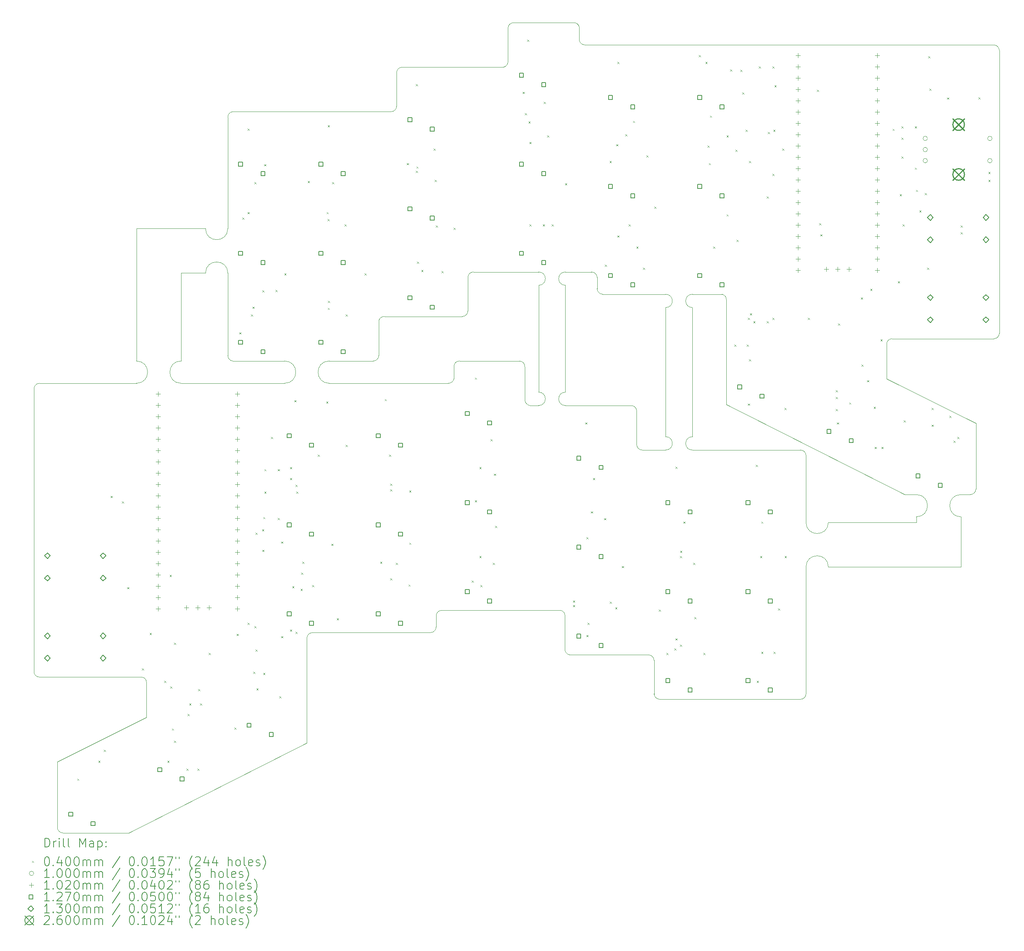
<source format=gbr>
%TF.GenerationSoftware,KiCad,Pcbnew,7.0.1*%
%TF.CreationDate,2023-05-03T23:09:14+02:00*%
%TF.ProjectId,Akula,416b756c-612e-46b6-9963-61645f706362,rev?*%
%TF.SameCoordinates,Original*%
%TF.FileFunction,Drillmap*%
%TF.FilePolarity,Positive*%
%FSLAX45Y45*%
G04 Gerber Fmt 4.5, Leading zero omitted, Abs format (unit mm)*
G04 Created by KiCad (PCBNEW 7.0.1) date 2023-05-03 23:09:14*
%MOMM*%
%LPD*%
G01*
G04 APERTURE LIST*
%ADD10C,0.100000*%
%ADD11C,0.200000*%
%ADD12C,0.040000*%
%ADD13C,0.102000*%
%ADD14C,0.127000*%
%ADD15C,0.130000*%
%ADD16C,0.260000*%
G04 APERTURE END LIST*
D10*
X12425000Y-11000000D02*
X13287500Y-11000000D01*
X17912500Y-3600000D02*
X17912500Y-3798918D01*
X27337500Y-4025000D02*
G75*
G03*
X27212500Y-3900000I-126640J-1640D01*
G01*
X23000000Y-14625000D02*
G75*
G03*
X23500000Y-14625000I250000J0D01*
G01*
X17800000Y-9000000D02*
X18187500Y-9000000D01*
X20600000Y-9500000D02*
X21113068Y-9500000D01*
X26637500Y-14000000D02*
X26687500Y-14000000D01*
X18567500Y-9500000D02*
X18967500Y-9500000D01*
X20450000Y-9500000D02*
G75*
G03*
X20450000Y-9800000I0J-150000D01*
G01*
X19850000Y-12700000D02*
X19850000Y-9950000D01*
X10025000Y-8025000D02*
X10025000Y-5600000D01*
X16800000Y-12000000D02*
X16965000Y-12000000D01*
X25475000Y-14500000D02*
G75*
G03*
X25475000Y-14000000I0J250000D01*
G01*
X16155000Y-11000000D02*
X16575000Y-11000000D01*
X17600000Y-11700000D02*
G75*
G03*
X17600000Y-12000000I0J-150000D01*
G01*
X17590008Y-16725001D02*
G75*
G03*
X17475000Y-16600000I-113478J11001D01*
G01*
X19075000Y-12000000D02*
X19045000Y-12000000D01*
X23500000Y-15625000D02*
X26450000Y-15625000D01*
X11300000Y-11500000D02*
G75*
G03*
X11300000Y-11000000I0J250000D01*
G01*
X9525000Y-8025000D02*
X7975000Y-8025000D01*
X21725000Y-18600000D02*
X19725000Y-18600000D01*
X26475000Y-14000000D02*
G75*
G03*
X26475000Y-14500000I0J-250000D01*
G01*
X16213059Y-4400004D02*
G75*
G03*
X16312500Y-4275000I-28950J125084D01*
G01*
X13537500Y-9999994D02*
G75*
G03*
X13412500Y-10112916I-6920J-117986D01*
G01*
X17911858Y-3499044D02*
X17912500Y-3600000D01*
X11800000Y-17225000D02*
X11800000Y-17300000D01*
X19200000Y-12125000D02*
X19200000Y-12150000D01*
X20450000Y-9800000D02*
X20450000Y-12700000D01*
X23000000Y-15625000D02*
X23000000Y-18317157D01*
X17590000Y-16725000D02*
X17590000Y-16975000D01*
X19200000Y-12875000D02*
G75*
G03*
X19325000Y-13000000I125000J0D01*
G01*
X25212500Y-14000000D02*
X21212500Y-11975000D01*
X24925415Y-10499999D02*
G75*
G03*
X24812500Y-10625000I1485J-114841D01*
G01*
X21212500Y-11975000D02*
X21212500Y-9700000D01*
X20450000Y-12700000D02*
G75*
G03*
X20450000Y-13000000I0J-150000D01*
G01*
X17450000Y-16600000D02*
X15325000Y-16600000D01*
X5675000Y-15475000D02*
X5675000Y-13275000D01*
X17600000Y-9300000D02*
X17600000Y-11700000D01*
X5675000Y-13175000D02*
X5675000Y-13275000D01*
X6225000Y-18100000D02*
X5798360Y-18100000D01*
X21725000Y-18600000D02*
X22875000Y-18600000D01*
X13537500Y-5400000D02*
X13687500Y-5400000D01*
X9525000Y-9025000D02*
X8975000Y-9025000D01*
X15412500Y-9875000D02*
X15412500Y-9625000D01*
X10410000Y-11500000D02*
X11300000Y-11500000D01*
X18037500Y-3900000D02*
X25687500Y-3900000D01*
X8200000Y-19000000D02*
X6200000Y-20000000D01*
X8975000Y-11500000D02*
X10410000Y-11500000D01*
X6200000Y-21475000D02*
G75*
G03*
X6325000Y-21600000I126640J1640D01*
G01*
X23500000Y-15625000D02*
G75*
G03*
X23000000Y-15625000I-250000J0D01*
G01*
X15412500Y-9625000D02*
X15412500Y-9125000D01*
X11137500Y-11000000D02*
X11300000Y-11000000D01*
X25475000Y-14500000D02*
X25475000Y-14625000D01*
X16690005Y-11125000D02*
G75*
G03*
X16575000Y-11000000I-125445J-10D01*
G01*
X26687500Y-14000000D02*
G75*
G03*
X26812500Y-13875000I-1640J126640D01*
G01*
X5800000Y-11500000D02*
X7325000Y-11500000D01*
X8975000Y-11000000D02*
X8975000Y-9025000D01*
X6325000Y-21600000D02*
X6375000Y-21600000D01*
X16437500Y-3400000D02*
G75*
G03*
X16312500Y-3525000I0J-125000D01*
G01*
X8975000Y-11000000D02*
G75*
G03*
X8975000Y-11500000I0J-250000D01*
G01*
X15537500Y-9000000D02*
X16062500Y-9000000D01*
X13287500Y-10999999D02*
G75*
G03*
X13412500Y-10876637I1630J123359D01*
G01*
X25687500Y-3900000D02*
X27212500Y-3900000D01*
X14975000Y-11500000D02*
G75*
G03*
X15100000Y-11398918I0J127830D01*
G01*
X27337500Y-9550000D02*
X27337500Y-10375000D01*
X15100000Y-11398918D02*
X15100642Y-11099044D01*
X18312500Y-9375000D02*
G75*
G03*
X18437500Y-9500000I126640J1640D01*
G01*
X17000000Y-9300000D02*
X17000000Y-11700000D01*
X16177500Y-9000000D02*
X16062500Y-9000000D01*
X11800000Y-17300000D02*
X11800000Y-19575000D01*
X10137500Y-11000000D02*
X11137500Y-11000000D01*
X19850000Y-9950000D02*
X19850000Y-9800000D01*
X19850000Y-13000000D02*
G75*
G03*
X19850000Y-12700000I0J150000D01*
G01*
X15225000Y-11000000D02*
X15400000Y-11000000D01*
X14825000Y-16600000D02*
G75*
G03*
X14700000Y-16725000I1640J-126640D01*
G01*
X19590000Y-18475000D02*
G75*
G03*
X19725000Y-18600000I133250J8510D01*
G01*
X14575000Y-17100000D02*
G75*
G03*
X14700000Y-16975000I-1640J126640D01*
G01*
X21212502Y-9625000D02*
G75*
G03*
X21113068Y-9500000I-119952J6630D01*
G01*
X24925415Y-10500000D02*
X26787500Y-10500000D01*
X27337500Y-5650000D02*
X27337500Y-7875000D01*
X15755000Y-11000000D02*
X15400000Y-11000000D01*
X5675001Y-17975000D02*
G75*
G03*
X5798360Y-18100000I123349J-1640D01*
G01*
X23000000Y-18475000D02*
X23000000Y-18317157D01*
X27214140Y-10500000D02*
X26787500Y-10500000D01*
X19440000Y-17600000D02*
X17690000Y-17600000D01*
X17590000Y-17462085D02*
X17590000Y-16975000D01*
X19200000Y-12875000D02*
X19200000Y-12150000D01*
X26475000Y-14000000D02*
X26637500Y-14000000D01*
X23000000Y-13125000D02*
G75*
G03*
X22875000Y-13000000I-125000J0D01*
G01*
X13937500Y-4400000D02*
X15462500Y-4400000D01*
X10025000Y-10875000D02*
G75*
G03*
X10137500Y-11000000I121950J-3370D01*
G01*
X16437500Y-3400000D02*
X17612500Y-3400000D01*
X15287500Y-10000000D02*
X13537500Y-10000000D01*
X13937500Y-4400000D02*
G75*
G03*
X13812500Y-4525000I0J-125000D01*
G01*
X17600000Y-12000000D02*
X19045000Y-12000000D01*
X7975000Y-11000000D02*
X7975000Y-8025000D01*
X17800000Y-9000000D02*
X17600000Y-9000000D01*
X19440000Y-17600000D02*
X19465000Y-17600000D01*
X5675000Y-17975000D02*
X5675000Y-17150000D01*
X16312500Y-3775643D02*
X16312500Y-3525000D01*
X26475000Y-14500000D02*
X26475000Y-15625000D01*
X17000000Y-9300000D02*
G75*
G03*
X17000000Y-9000000I0J150000D01*
G01*
X13687500Y-5400000D02*
G75*
G03*
X13812500Y-5275000I0J125000D01*
G01*
X16690000Y-11125000D02*
X16690000Y-11875000D01*
X24812500Y-11400000D02*
X24812500Y-10625000D01*
X18967500Y-9500000D02*
X19625000Y-9500000D01*
X10025000Y-10717157D02*
X10025000Y-9025000D01*
X10025000Y-9025000D02*
G75*
G03*
X9525000Y-9025000I-250000J0D01*
G01*
X19325000Y-13000000D02*
X19475000Y-13000000D01*
X19475000Y-13000000D02*
X19850000Y-13000000D01*
X14575000Y-17100000D02*
X13200000Y-17100000D01*
X11925000Y-17100000D02*
G75*
G03*
X11800000Y-17225000I1640J-126640D01*
G01*
X16312500Y-3775643D02*
X16312500Y-4275000D01*
X16577500Y-9000000D02*
X16875000Y-9000000D01*
X19590000Y-17725000D02*
G75*
G03*
X19465000Y-17600000I-127420J-2420D01*
G01*
X14825000Y-16600000D02*
X15325000Y-16600000D01*
X19625000Y-9500000D02*
X19850000Y-9500000D01*
X23500000Y-14625000D02*
X25475000Y-14625000D01*
X11800000Y-19575000D02*
X7800000Y-21600000D01*
X20450000Y-13000000D02*
X22875000Y-13000000D01*
X26812500Y-12400000D02*
X24812500Y-11400000D01*
X17911859Y-3499044D02*
G75*
G03*
X17787500Y-3400000I-121879J-25436D01*
G01*
X13200000Y-17100000D02*
X11925000Y-17100000D01*
X7800000Y-21600000D02*
X6375000Y-21600000D01*
X5675000Y-13175000D02*
X5675000Y-11625000D01*
X16875000Y-9000000D02*
X17000000Y-9000000D01*
X7975000Y-11500000D02*
G75*
G03*
X7975000Y-11000000I0J250000D01*
G01*
X13412500Y-10175000D02*
X13412500Y-10112916D01*
X5800000Y-11500000D02*
G75*
G03*
X5675000Y-11625000I1640J-126640D01*
G01*
X27214140Y-10500001D02*
G75*
G03*
X27337500Y-10375000I10J123361D01*
G01*
X10025000Y-10875000D02*
X10025000Y-10717157D01*
X26450000Y-15625000D02*
X26475000Y-15625000D01*
X26812500Y-13875000D02*
X26812500Y-12400000D01*
X19850000Y-9800000D02*
G75*
G03*
X19850000Y-9500000I0J150000D01*
G01*
X15287500Y-10000000D02*
G75*
G03*
X15412500Y-9875000I-1640J126640D01*
G01*
X18312500Y-9125000D02*
G75*
G03*
X18187500Y-9000000I-126640J-1640D01*
G01*
X13210000Y-11500000D02*
X14975000Y-11500000D01*
X14700000Y-16725000D02*
X14700000Y-16975000D01*
X19200000Y-12125000D02*
G75*
G03*
X19075000Y-12000000I-125000J0D01*
G01*
X19590000Y-18475000D02*
X19590000Y-17750000D01*
X10137500Y-5400000D02*
X13537500Y-5400000D01*
X10137500Y-5400004D02*
G75*
G03*
X10025000Y-5525000I6990J-119416D01*
G01*
X15537500Y-9000000D02*
G75*
G03*
X15412500Y-9125000I-1640J-123360D01*
G01*
X19590000Y-17750000D02*
X19590000Y-17725000D01*
X22875000Y-18600000D02*
G75*
G03*
X23000000Y-18475000I10J124990D01*
G01*
X15755000Y-11000000D02*
X16155000Y-11000000D01*
X16177500Y-9000000D02*
X16577500Y-9000000D01*
X16690006Y-11874999D02*
G75*
G03*
X16800000Y-12000000I138354J10850D01*
G01*
X9525000Y-8025000D02*
G75*
G03*
X10025000Y-8025000I250000J0D01*
G01*
X21212500Y-9700000D02*
X21212500Y-9625000D01*
X25475000Y-14000000D02*
X25212500Y-14000000D01*
X12425000Y-11000000D02*
X12300000Y-11000000D01*
X27337500Y-4025000D02*
X27337500Y-5650000D01*
X6225000Y-18100000D02*
X8087084Y-18100000D01*
X27337500Y-7875000D02*
X27337500Y-9550000D01*
X17600000Y-9000000D02*
G75*
G03*
X17600000Y-9300000I0J-150000D01*
G01*
X8199999Y-18225000D02*
G75*
G03*
X8087084Y-18100000I-114399J10160D01*
G01*
X16965000Y-12000000D02*
X17000000Y-12000000D01*
X17450000Y-16600000D02*
X17475000Y-16600000D01*
X13412500Y-10876637D02*
X13412500Y-10175000D01*
X6200000Y-20000000D02*
X6200000Y-21475000D01*
X18312500Y-9375000D02*
X18312500Y-9125000D01*
X10025000Y-5600000D02*
X10025000Y-5525000D01*
X8200000Y-18225000D02*
X8200000Y-19000000D01*
X7325000Y-11500000D02*
X7975000Y-11500000D01*
X17589996Y-17462084D02*
G75*
G03*
X17690000Y-17600000I133344J-8526D01*
G01*
X5675000Y-17150000D02*
X5675000Y-15475000D01*
X13812500Y-4550000D02*
X13812500Y-4525000D01*
X23000000Y-13125000D02*
X23000000Y-13200000D01*
X18437500Y-9500000D02*
X18567500Y-9500000D01*
X17912500Y-3798918D02*
G75*
G03*
X18037500Y-3900000I125000J26748D01*
G01*
X12300000Y-11500000D02*
X13210000Y-11500000D01*
X17612500Y-3400000D02*
X17787500Y-3400000D01*
X16213059Y-4400000D02*
X15462500Y-4400000D01*
X12300000Y-11000000D02*
G75*
G03*
X12300000Y-11500000I0J-250000D01*
G01*
X23000000Y-14625000D02*
X23000000Y-13200000D01*
X20600000Y-9500000D02*
X20450000Y-9500000D01*
X15225000Y-11000001D02*
G75*
G03*
X15100642Y-11099044I-2480J-124480D01*
G01*
X13812500Y-5275000D02*
X13812500Y-4550000D01*
X17000000Y-12000000D02*
G75*
G03*
X17000000Y-11700000I0J150000D01*
G01*
D11*
D12*
X6645000Y-20380000D02*
X6685000Y-20420000D01*
X6685000Y-20380000D02*
X6645000Y-20420000D01*
X7120000Y-19980000D02*
X7160000Y-20020000D01*
X7160000Y-19980000D02*
X7120000Y-20020000D01*
X7245000Y-19730000D02*
X7285000Y-19770000D01*
X7285000Y-19730000D02*
X7245000Y-19770000D01*
X7395000Y-14030000D02*
X7435000Y-14070000D01*
X7435000Y-14030000D02*
X7395000Y-14070000D01*
X7650000Y-14150000D02*
X7690000Y-14190000D01*
X7690000Y-14150000D02*
X7650000Y-14190000D01*
X7770000Y-16080000D02*
X7810000Y-16120000D01*
X7810000Y-16080000D02*
X7770000Y-16120000D01*
X8095000Y-17905000D02*
X8135000Y-17945000D01*
X8135000Y-17905000D02*
X8095000Y-17945000D01*
X8270000Y-17105000D02*
X8310000Y-17145000D01*
X8310000Y-17105000D02*
X8270000Y-17145000D01*
X8595000Y-18185000D02*
X8635000Y-18225000D01*
X8635000Y-18185000D02*
X8595000Y-18225000D01*
X8670000Y-19980000D02*
X8710000Y-20020000D01*
X8710000Y-19980000D02*
X8670000Y-20020000D01*
X8720000Y-15805000D02*
X8760000Y-15845000D01*
X8760000Y-15805000D02*
X8720000Y-15845000D01*
X8730000Y-18310000D02*
X8770000Y-18350000D01*
X8770000Y-18310000D02*
X8730000Y-18350000D01*
X8770000Y-19255000D02*
X8810000Y-19295000D01*
X8810000Y-19255000D02*
X8770000Y-19295000D01*
X8820000Y-17330000D02*
X8860000Y-17370000D01*
X8860000Y-17330000D02*
X8820000Y-17370000D01*
X8820000Y-19530000D02*
X8860000Y-19570000D01*
X8860000Y-19530000D02*
X8820000Y-19570000D01*
X9095000Y-20155000D02*
X9135000Y-20195000D01*
X9135000Y-20155000D02*
X9095000Y-20195000D01*
X9120000Y-18930000D02*
X9160000Y-18970000D01*
X9160000Y-18930000D02*
X9120000Y-18970000D01*
X9160000Y-18690000D02*
X9200000Y-18730000D01*
X9200000Y-18690000D02*
X9160000Y-18730000D01*
X9345000Y-20155000D02*
X9385000Y-20195000D01*
X9385000Y-20155000D02*
X9345000Y-20195000D01*
X9360000Y-18370000D02*
X9400000Y-18410000D01*
X9400000Y-18370000D02*
X9360000Y-18410000D01*
X9400000Y-18690000D02*
X9440000Y-18730000D01*
X9440000Y-18690000D02*
X9400000Y-18730000D01*
X9595000Y-17555000D02*
X9635000Y-17595000D01*
X9635000Y-17555000D02*
X9595000Y-17595000D01*
X10170000Y-19230000D02*
X10210000Y-19270000D01*
X10210000Y-19230000D02*
X10170000Y-19270000D01*
X10220000Y-17130000D02*
X10260000Y-17170000D01*
X10260000Y-17130000D02*
X10220000Y-17170000D01*
X10280000Y-10355000D02*
X10320000Y-10395000D01*
X10320000Y-10355000D02*
X10280000Y-10395000D01*
X10350000Y-7780000D02*
X10390000Y-7820000D01*
X10390000Y-7780000D02*
X10350000Y-7820000D01*
X10467500Y-5780000D02*
X10507500Y-5820000D01*
X10507500Y-5780000D02*
X10467500Y-5820000D01*
X10467500Y-7655000D02*
X10507500Y-7695000D01*
X10507500Y-7655000D02*
X10467500Y-7695000D01*
X10470000Y-16880000D02*
X10510000Y-16920000D01*
X10510000Y-16880000D02*
X10470000Y-16920000D01*
X10542500Y-9955000D02*
X10582500Y-9995000D01*
X10582500Y-9955000D02*
X10542500Y-9995000D01*
X10580000Y-9780000D02*
X10620000Y-9820000D01*
X10620000Y-9780000D02*
X10580000Y-9820000D01*
X10595000Y-17980000D02*
X10635000Y-18020000D01*
X10635000Y-17980000D02*
X10595000Y-18020000D01*
X10617500Y-6980000D02*
X10657500Y-7020000D01*
X10657500Y-6980000D02*
X10617500Y-7020000D01*
X10620000Y-16955000D02*
X10660000Y-16995000D01*
X10660000Y-16955000D02*
X10620000Y-16995000D01*
X10645000Y-14855000D02*
X10685000Y-14895000D01*
X10685000Y-14855000D02*
X10645000Y-14895000D01*
X10645398Y-17480524D02*
X10685398Y-17520524D01*
X10685398Y-17480524D02*
X10645398Y-17520524D01*
X10667450Y-18350000D02*
X10707450Y-18390000D01*
X10707450Y-18350000D02*
X10667450Y-18390000D01*
X10795000Y-14780000D02*
X10835000Y-14820000D01*
X10835000Y-14780000D02*
X10795000Y-14820000D01*
X10799429Y-15240916D02*
X10839429Y-15280916D01*
X10839429Y-15240916D02*
X10799429Y-15280916D01*
X10801161Y-9411964D02*
X10841161Y-9451964D01*
X10841161Y-9411964D02*
X10801161Y-9451964D01*
X10820000Y-14505000D02*
X10860000Y-14545000D01*
X10860000Y-14505000D02*
X10820000Y-14545000D01*
X10820000Y-18005000D02*
X10860000Y-18045000D01*
X10860000Y-18005000D02*
X10820000Y-18045000D01*
X10842500Y-6580000D02*
X10882500Y-6620000D01*
X10882500Y-6580000D02*
X10842500Y-6620000D01*
X10845000Y-13430000D02*
X10885000Y-13470000D01*
X10885000Y-13430000D02*
X10845000Y-13470000D01*
X10845000Y-13930000D02*
X10885000Y-13970000D01*
X10885000Y-13930000D02*
X10845000Y-13970000D01*
X10995000Y-12705000D02*
X11035000Y-12745000D01*
X11035000Y-12705000D02*
X10995000Y-12745000D01*
X11092500Y-9405000D02*
X11132500Y-9445000D01*
X11132500Y-9405000D02*
X11092500Y-9445000D01*
X11145000Y-13430000D02*
X11185000Y-13470000D01*
X11185000Y-13430000D02*
X11145000Y-13470000D01*
X11145511Y-14524313D02*
X11185510Y-14564313D01*
X11185510Y-14524313D02*
X11145511Y-14564313D01*
X11180000Y-18530000D02*
X11220000Y-18570000D01*
X11220000Y-18530000D02*
X11180000Y-18570000D01*
X11220000Y-15055000D02*
X11260000Y-15095000D01*
X11260000Y-15055000D02*
X11220000Y-15095000D01*
X11220000Y-17180000D02*
X11260000Y-17220000D01*
X11260000Y-17180000D02*
X11220000Y-17220000D01*
X11292500Y-9030000D02*
X11332500Y-9070000D01*
X11332500Y-9030000D02*
X11292500Y-9070000D01*
X11419823Y-17034562D02*
X11459823Y-17074562D01*
X11459823Y-17034562D02*
X11419823Y-17074562D01*
X11420000Y-13380000D02*
X11460000Y-13420000D01*
X11460000Y-13380000D02*
X11420000Y-13420000D01*
X11420000Y-13630000D02*
X11460000Y-13670000D01*
X11460000Y-13630000D02*
X11420000Y-13670000D01*
X11472491Y-16056896D02*
X11512491Y-16096896D01*
X11512491Y-16056896D02*
X11472491Y-16096896D01*
X11520000Y-11880000D02*
X11560000Y-11920000D01*
X11560000Y-11880000D02*
X11520000Y-11920000D01*
X11545000Y-13780000D02*
X11585000Y-13820000D01*
X11585000Y-13780000D02*
X11545000Y-13820000D01*
X11545000Y-17080000D02*
X11585000Y-17120000D01*
X11585000Y-17080000D02*
X11545000Y-17120000D01*
X11560000Y-13930000D02*
X11600000Y-13970000D01*
X11600000Y-13930000D02*
X11560000Y-13970000D01*
X11658730Y-16116270D02*
X11698730Y-16156270D01*
X11698730Y-16116270D02*
X11658730Y-16156270D01*
X11670000Y-15755000D02*
X11710000Y-15795000D01*
X11710000Y-15755000D02*
X11670000Y-15795000D01*
X11695000Y-15505000D02*
X11735000Y-15545000D01*
X11735000Y-15505000D02*
X11695000Y-15545000D01*
X11817500Y-6955000D02*
X11857500Y-6995000D01*
X11857500Y-6955000D02*
X11817500Y-6995000D01*
X11918259Y-16034278D02*
X11958259Y-16074278D01*
X11958259Y-16034278D02*
X11918259Y-16074278D01*
X12045000Y-13105000D02*
X12085000Y-13145000D01*
X12085000Y-13105000D02*
X12045000Y-13145000D01*
X12233947Y-11906394D02*
X12273947Y-11946394D01*
X12273947Y-11906394D02*
X12233947Y-11946394D01*
X12242500Y-7655000D02*
X12282500Y-7695000D01*
X12282500Y-7655000D02*
X12242500Y-7695000D01*
X12261450Y-7810000D02*
X12301450Y-7850000D01*
X12301450Y-7810000D02*
X12261450Y-7850000D01*
X12267500Y-5705000D02*
X12307500Y-5745000D01*
X12307500Y-5705000D02*
X12267500Y-5745000D01*
X12267500Y-9805000D02*
X12307500Y-9845000D01*
X12307500Y-9805000D02*
X12267500Y-9845000D01*
X12270000Y-9650000D02*
X12310000Y-9690000D01*
X12310000Y-9650000D02*
X12270000Y-9690000D01*
X12345000Y-15105000D02*
X12385000Y-15145000D01*
X12385000Y-15105000D02*
X12345000Y-15145000D01*
X12367500Y-6980000D02*
X12407500Y-7020000D01*
X12407500Y-6980000D02*
X12367500Y-7020000D01*
X12470000Y-16780000D02*
X12510000Y-16820000D01*
X12510000Y-16780000D02*
X12470000Y-16820000D01*
X12642500Y-7930000D02*
X12682500Y-7970000D01*
X12682500Y-7930000D02*
X12642500Y-7970000D01*
X12667500Y-9955000D02*
X12707500Y-9995000D01*
X12707500Y-9955000D02*
X12667500Y-9995000D01*
X12670000Y-12880000D02*
X12710000Y-12920000D01*
X12710000Y-12880000D02*
X12670000Y-12920000D01*
X13092500Y-9030000D02*
X13132500Y-9070000D01*
X13132500Y-9030000D02*
X13092500Y-9070000D01*
X13445000Y-15505000D02*
X13485000Y-15545000D01*
X13485000Y-15505000D02*
X13445000Y-15545000D01*
X13545000Y-11855000D02*
X13585000Y-11895000D01*
X13585000Y-11855000D02*
X13545000Y-11895000D01*
X13645000Y-13105000D02*
X13685000Y-13145000D01*
X13685000Y-13105000D02*
X13645000Y-13145000D01*
X13670000Y-13755000D02*
X13710000Y-13795000D01*
X13710000Y-13755000D02*
X13670000Y-13795000D01*
X13670000Y-13880000D02*
X13710000Y-13920000D01*
X13710000Y-13880000D02*
X13670000Y-13920000D01*
X13670000Y-15880000D02*
X13710000Y-15920000D01*
X13710000Y-15880000D02*
X13670000Y-15920000D01*
X13795000Y-15530000D02*
X13835000Y-15570000D01*
X13835000Y-15530000D02*
X13795000Y-15570000D01*
X14042500Y-6555000D02*
X14082500Y-6595000D01*
X14082500Y-6555000D02*
X14042500Y-6595000D01*
X14080000Y-16020000D02*
X14120000Y-16060000D01*
X14120000Y-16020000D02*
X14080000Y-16060000D01*
X14095000Y-13905000D02*
X14135000Y-13945000D01*
X14135000Y-13905000D02*
X14095000Y-13945000D01*
X14095000Y-15080000D02*
X14135000Y-15120000D01*
X14135000Y-15080000D02*
X14095000Y-15120000D01*
X14242500Y-4780000D02*
X14282500Y-4820000D01*
X14282500Y-4780000D02*
X14242500Y-4820000D01*
X14242500Y-6730000D02*
X14282500Y-6770000D01*
X14282500Y-6730000D02*
X14242500Y-6770000D01*
X14257829Y-6629432D02*
X14297829Y-6669432D01*
X14297829Y-6629432D02*
X14257829Y-6669432D01*
X14267500Y-8770000D02*
X14307500Y-8810000D01*
X14307500Y-8770000D02*
X14267500Y-8810000D01*
X14367500Y-8955000D02*
X14407500Y-8995000D01*
X14407500Y-8955000D02*
X14367500Y-8995000D01*
X14642500Y-6230000D02*
X14682500Y-6270000D01*
X14682500Y-6230000D02*
X14642500Y-6270000D01*
X14667500Y-6930000D02*
X14707500Y-6970000D01*
X14707500Y-6930000D02*
X14667500Y-6970000D01*
X14692500Y-7955000D02*
X14732500Y-7995000D01*
X14732500Y-7955000D02*
X14692500Y-7995000D01*
X14817500Y-8980000D02*
X14857500Y-9020000D01*
X14857500Y-8980000D02*
X14817500Y-9020000D01*
X15092500Y-8005000D02*
X15132500Y-8045000D01*
X15132500Y-8005000D02*
X15092500Y-8045000D01*
X15495000Y-15930000D02*
X15535000Y-15970000D01*
X15535000Y-15930000D02*
X15495000Y-15970000D01*
X15568190Y-11370984D02*
X15608190Y-11410984D01*
X15608190Y-11370984D02*
X15568190Y-11410984D01*
X15570000Y-14130000D02*
X15610000Y-14170000D01*
X15610000Y-14130000D02*
X15570000Y-14170000D01*
X15670000Y-13380000D02*
X15710000Y-13420000D01*
X15710000Y-13380000D02*
X15670000Y-13420000D01*
X15671230Y-15381230D02*
X15711230Y-15421230D01*
X15711230Y-15381230D02*
X15671230Y-15421230D01*
X15695000Y-16030000D02*
X15735000Y-16070000D01*
X15735000Y-16030000D02*
X15695000Y-16070000D01*
X15920000Y-12755000D02*
X15960000Y-12795000D01*
X15960000Y-12755000D02*
X15920000Y-12795000D01*
X15970000Y-15530000D02*
X16010000Y-15570000D01*
X16010000Y-15530000D02*
X15970000Y-15570000D01*
X15995000Y-13530000D02*
X16035000Y-13570000D01*
X16035000Y-13530000D02*
X15995000Y-13570000D01*
X16020000Y-14705000D02*
X16060000Y-14745000D01*
X16060000Y-14705000D02*
X16020000Y-14745000D01*
X16642500Y-4955000D02*
X16682500Y-4995000D01*
X16682500Y-4955000D02*
X16642500Y-4995000D01*
X16692500Y-5430000D02*
X16732500Y-5470000D01*
X16732500Y-5430000D02*
X16692500Y-5470000D01*
X16742500Y-3780000D02*
X16782500Y-3820000D01*
X16782500Y-3780000D02*
X16742500Y-3820000D01*
X16772248Y-5621182D02*
X16812248Y-5661182D01*
X16812248Y-5621182D02*
X16772248Y-5661182D01*
X16792500Y-6080000D02*
X16832500Y-6120000D01*
X16832500Y-6080000D02*
X16792500Y-6120000D01*
X16792500Y-7930000D02*
X16832500Y-7970000D01*
X16832500Y-7930000D02*
X16792500Y-7970000D01*
X17092500Y-7930000D02*
X17132500Y-7970000D01*
X17132500Y-7930000D02*
X17092500Y-7970000D01*
X17117500Y-5180000D02*
X17157500Y-5220000D01*
X17157500Y-5180000D02*
X17117500Y-5220000D01*
X17192500Y-5930000D02*
X17232500Y-5970000D01*
X17232500Y-5930000D02*
X17192500Y-5970000D01*
X17292500Y-7930000D02*
X17332500Y-7970000D01*
X17332500Y-7930000D02*
X17292500Y-7970000D01*
X17592500Y-7005000D02*
X17632500Y-7045000D01*
X17632500Y-7005000D02*
X17592500Y-7045000D01*
X17770000Y-16380000D02*
X17810000Y-16420000D01*
X17810000Y-16380000D02*
X17770000Y-16420000D01*
X17770000Y-16480000D02*
X17810000Y-16520000D01*
X17810000Y-16480000D02*
X17770000Y-16520000D01*
X18045000Y-12380000D02*
X18085000Y-12420000D01*
X18085000Y-12380000D02*
X18045000Y-12420000D01*
X18070000Y-14955000D02*
X18110000Y-14995000D01*
X18110000Y-14955000D02*
X18070000Y-14995000D01*
X18070000Y-17155000D02*
X18110000Y-17195000D01*
X18110000Y-17155000D02*
X18070000Y-17195000D01*
X18095000Y-16880000D02*
X18135000Y-16920000D01*
X18135000Y-16880000D02*
X18095000Y-16920000D01*
X18174540Y-14376518D02*
X18214540Y-14416518D01*
X18214540Y-14376518D02*
X18174540Y-14416518D01*
X18220000Y-13630000D02*
X18260000Y-13670000D01*
X18260000Y-13630000D02*
X18220000Y-13670000D01*
X18470000Y-14530000D02*
X18510000Y-14570000D01*
X18510000Y-14530000D02*
X18470000Y-14570000D01*
X18486082Y-8835075D02*
X18526082Y-8875075D01*
X18526082Y-8835075D02*
X18486082Y-8875075D01*
X18592500Y-6505000D02*
X18632500Y-6545000D01*
X18632500Y-6505000D02*
X18592500Y-6545000D01*
X18595000Y-16405000D02*
X18635000Y-16445000D01*
X18635000Y-16405000D02*
X18595000Y-16445000D01*
X18720000Y-16530000D02*
X18760000Y-16570000D01*
X18760000Y-16530000D02*
X18720000Y-16570000D01*
X18742500Y-6130000D02*
X18782500Y-6170000D01*
X18782500Y-6130000D02*
X18742500Y-6170000D01*
X18767500Y-4280000D02*
X18807500Y-4320000D01*
X18807500Y-4280000D02*
X18767500Y-4320000D01*
X18767500Y-8180000D02*
X18807500Y-8220000D01*
X18807500Y-8180000D02*
X18767500Y-8220000D01*
X18870000Y-15605000D02*
X18910000Y-15645000D01*
X18910000Y-15605000D02*
X18870000Y-15645000D01*
X18942500Y-5905000D02*
X18982500Y-5945000D01*
X18982500Y-5905000D02*
X18942500Y-5945000D01*
X19017500Y-7930000D02*
X19057500Y-7970000D01*
X19057500Y-7930000D02*
X19017500Y-7970000D01*
X19117500Y-5605000D02*
X19157500Y-5645000D01*
X19157500Y-5605000D02*
X19117500Y-5645000D01*
X19192500Y-8430000D02*
X19232500Y-8470000D01*
X19232500Y-8430000D02*
X19192500Y-8470000D01*
X19342500Y-8905000D02*
X19382500Y-8945000D01*
X19382500Y-8905000D02*
X19342500Y-8945000D01*
X19420000Y-6380000D02*
X19460000Y-6420000D01*
X19460000Y-6380000D02*
X19420000Y-6420000D01*
X19592500Y-7530000D02*
X19632500Y-7570000D01*
X19632500Y-7530000D02*
X19592500Y-7570000D01*
X19695000Y-16580000D02*
X19735000Y-16620000D01*
X19735000Y-16580000D02*
X19695000Y-16620000D01*
X19864455Y-17555000D02*
X19904455Y-17595000D01*
X19904455Y-17555000D02*
X19864455Y-17595000D01*
X20045000Y-17455000D02*
X20085000Y-17495000D01*
X20085000Y-17455000D02*
X20045000Y-17495000D01*
X20067262Y-13376081D02*
X20107262Y-13416081D01*
X20107262Y-13376081D02*
X20067262Y-13416081D01*
X20070000Y-17230000D02*
X20110000Y-17270000D01*
X20110000Y-17230000D02*
X20070000Y-17270000D01*
X20170000Y-15380000D02*
X20210000Y-15420000D01*
X20210000Y-15380000D02*
X20170000Y-15420000D01*
X20170000Y-17370000D02*
X20210000Y-17410000D01*
X20210000Y-17370000D02*
X20170000Y-17410000D01*
X20174621Y-15261635D02*
X20214621Y-15301635D01*
X20214621Y-15261635D02*
X20174621Y-15301635D01*
X20245000Y-14605000D02*
X20285000Y-14645000D01*
X20285000Y-14605000D02*
X20245000Y-14645000D01*
X20470000Y-15530000D02*
X20510000Y-15570000D01*
X20510000Y-15530000D02*
X20470000Y-15570000D01*
X20495000Y-16755000D02*
X20535000Y-16795000D01*
X20535000Y-16755000D02*
X20495000Y-16795000D01*
X20592500Y-4130000D02*
X20632500Y-4170000D01*
X20632500Y-4130000D02*
X20592500Y-4170000D01*
X20695000Y-17555000D02*
X20735000Y-17595000D01*
X20735000Y-17555000D02*
X20695000Y-17595000D01*
X20742500Y-4280000D02*
X20782500Y-4320000D01*
X20782500Y-4280000D02*
X20742500Y-4320000D01*
X20789900Y-6157450D02*
X20829900Y-6197450D01*
X20829900Y-6157450D02*
X20789900Y-6197450D01*
X20817500Y-6555000D02*
X20857500Y-6595000D01*
X20857500Y-6555000D02*
X20817500Y-6595000D01*
X20843333Y-5487226D02*
X20883333Y-5527226D01*
X20883333Y-5487226D02*
X20843333Y-5527226D01*
X20917500Y-8430000D02*
X20957500Y-8470000D01*
X20957500Y-8430000D02*
X20917500Y-8470000D01*
X21217500Y-5930000D02*
X21257500Y-5970000D01*
X21257500Y-5930000D02*
X21217500Y-5970000D01*
X21217500Y-7705000D02*
X21257500Y-7745000D01*
X21257500Y-7705000D02*
X21217500Y-7745000D01*
X21297500Y-4450000D02*
X21337500Y-4490000D01*
X21337500Y-4450000D02*
X21297500Y-4490000D01*
X21392500Y-10630000D02*
X21432500Y-10670000D01*
X21432500Y-10630000D02*
X21392500Y-10670000D01*
X21417500Y-6255000D02*
X21457500Y-6295000D01*
X21457500Y-6255000D02*
X21417500Y-6295000D01*
X21442500Y-8280000D02*
X21482500Y-8320000D01*
X21482500Y-8280000D02*
X21442500Y-8320000D01*
X21527215Y-4461397D02*
X21567215Y-4501397D01*
X21567215Y-4461397D02*
X21527215Y-4501397D01*
X21567500Y-4963872D02*
X21607500Y-5003872D01*
X21607500Y-4963872D02*
X21567500Y-5003872D01*
X21642500Y-5805000D02*
X21682500Y-5845000D01*
X21682500Y-5805000D02*
X21642500Y-5845000D01*
X21667500Y-10630000D02*
X21707500Y-10670000D01*
X21707500Y-10630000D02*
X21667500Y-10670000D01*
X21692500Y-10030000D02*
X21732500Y-10070000D01*
X21732500Y-10030000D02*
X21692500Y-10070000D01*
X21692500Y-11955000D02*
X21732500Y-11995000D01*
X21732500Y-11955000D02*
X21692500Y-11995000D01*
X21717500Y-6505000D02*
X21757500Y-6545000D01*
X21757500Y-6505000D02*
X21717500Y-6545000D01*
X21720000Y-10960000D02*
X21760000Y-11000000D01*
X21760000Y-10960000D02*
X21720000Y-11000000D01*
X21742500Y-9930000D02*
X21782500Y-9970000D01*
X21782500Y-9930000D02*
X21742500Y-9970000D01*
X21817500Y-10105000D02*
X21857500Y-10145000D01*
X21857500Y-10105000D02*
X21817500Y-10145000D01*
X21870000Y-13330000D02*
X21910000Y-13370000D01*
X21910000Y-13330000D02*
X21870000Y-13370000D01*
X21895000Y-18180000D02*
X21935000Y-18220000D01*
X21935000Y-18180000D02*
X21895000Y-18220000D01*
X21942500Y-4380000D02*
X21982500Y-4420000D01*
X21982500Y-4380000D02*
X21942500Y-4420000D01*
X21970000Y-15380000D02*
X22010000Y-15420000D01*
X22010000Y-15380000D02*
X21970000Y-15420000D01*
X21995000Y-14605000D02*
X22035000Y-14645000D01*
X22035000Y-14605000D02*
X21995000Y-14645000D01*
X21995000Y-17530000D02*
X22035000Y-17570000D01*
X22035000Y-17530000D02*
X21995000Y-17570000D01*
X22117500Y-7305000D02*
X22157500Y-7345000D01*
X22157500Y-7305000D02*
X22117500Y-7345000D01*
X22117500Y-10105000D02*
X22157500Y-10145000D01*
X22157500Y-10105000D02*
X22117500Y-10145000D01*
X22142500Y-5855000D02*
X22182500Y-5895000D01*
X22182500Y-5855000D02*
X22142500Y-5895000D01*
X22242500Y-4380000D02*
X22282500Y-4420000D01*
X22282500Y-4380000D02*
X22242500Y-4420000D01*
X22242500Y-10030000D02*
X22282500Y-10070000D01*
X22282500Y-10030000D02*
X22242500Y-10070000D01*
X22245341Y-6795446D02*
X22285341Y-6835446D01*
X22285341Y-6795446D02*
X22245341Y-6835446D01*
X22267500Y-5805000D02*
X22307500Y-5845000D01*
X22307500Y-5805000D02*
X22267500Y-5845000D01*
X22270000Y-17530000D02*
X22310000Y-17570000D01*
X22310000Y-17530000D02*
X22270000Y-17570000D01*
X22292500Y-4805000D02*
X22332500Y-4845000D01*
X22332500Y-4805000D02*
X22292500Y-4845000D01*
X22370000Y-16555000D02*
X22410000Y-16595000D01*
X22410000Y-16555000D02*
X22370000Y-16595000D01*
X22467500Y-6230000D02*
X22507500Y-6270000D01*
X22507500Y-6230000D02*
X22467500Y-6270000D01*
X22517500Y-12055000D02*
X22557500Y-12095000D01*
X22557500Y-12055000D02*
X22517500Y-12095000D01*
X22520000Y-15380000D02*
X22560000Y-15420000D01*
X22560000Y-15380000D02*
X22520000Y-15420000D01*
X23042500Y-10030000D02*
X23082500Y-10070000D01*
X23082500Y-10030000D02*
X23042500Y-10070000D01*
X23242500Y-4905000D02*
X23282500Y-4945000D01*
X23282500Y-4905000D02*
X23242500Y-4945000D01*
X23292500Y-7905000D02*
X23332500Y-7945000D01*
X23332500Y-7905000D02*
X23292500Y-7945000D01*
X23317500Y-8155000D02*
X23357500Y-8195000D01*
X23357500Y-8155000D02*
X23317500Y-8195000D01*
X23667500Y-11655000D02*
X23707500Y-11695000D01*
X23707500Y-11655000D02*
X23667500Y-11695000D01*
X23667500Y-11805000D02*
X23707500Y-11845000D01*
X23707500Y-11805000D02*
X23667500Y-11845000D01*
X23667500Y-12080000D02*
X23707500Y-12120000D01*
X23707500Y-12080000D02*
X23667500Y-12120000D01*
X23692500Y-12380000D02*
X23732500Y-12420000D01*
X23732500Y-12380000D02*
X23692500Y-12420000D01*
X23717500Y-10155000D02*
X23757500Y-10195000D01*
X23757500Y-10155000D02*
X23717500Y-10195000D01*
X23967500Y-11930000D02*
X24007500Y-11970000D01*
X24007500Y-11930000D02*
X23967500Y-11970000D01*
X24230000Y-9570000D02*
X24270000Y-9610000D01*
X24270000Y-9570000D02*
X24230000Y-9610000D01*
X24242500Y-11080000D02*
X24282500Y-11120000D01*
X24282500Y-11080000D02*
X24242500Y-11120000D01*
X24367500Y-11430000D02*
X24407500Y-11470000D01*
X24407500Y-11430000D02*
X24367500Y-11470000D01*
X24442500Y-9380000D02*
X24482500Y-9420000D01*
X24482500Y-9380000D02*
X24442500Y-9420000D01*
X24517500Y-12030000D02*
X24557500Y-12070000D01*
X24557500Y-12030000D02*
X24517500Y-12070000D01*
X24542500Y-12930000D02*
X24582500Y-12970000D01*
X24582500Y-12930000D02*
X24542500Y-12970000D01*
X24670000Y-10510000D02*
X24710000Y-10550000D01*
X24710000Y-10510000D02*
X24670000Y-10550000D01*
X24692500Y-12930000D02*
X24732500Y-12970000D01*
X24732500Y-12930000D02*
X24692500Y-12970000D01*
X24942903Y-5784413D02*
X24982903Y-5824413D01*
X24982903Y-5784413D02*
X24942903Y-5824413D01*
X25060000Y-9210000D02*
X25100000Y-9250000D01*
X25100000Y-9210000D02*
X25060000Y-9250000D01*
X25103263Y-7253267D02*
X25143263Y-7293267D01*
X25143263Y-7253267D02*
X25103263Y-7293267D01*
X25142500Y-5730000D02*
X25182500Y-5770000D01*
X25182500Y-5730000D02*
X25142500Y-5770000D01*
X25142500Y-5980000D02*
X25182500Y-6020000D01*
X25182500Y-5980000D02*
X25142500Y-6020000D01*
X25142500Y-6405000D02*
X25182500Y-6445000D01*
X25182500Y-6405000D02*
X25142500Y-6445000D01*
X25167500Y-7930000D02*
X25207500Y-7970000D01*
X25207500Y-7930000D02*
X25167500Y-7970000D01*
X25192500Y-12330000D02*
X25232500Y-12370000D01*
X25232500Y-12330000D02*
X25192500Y-12370000D01*
X25442500Y-5730000D02*
X25482500Y-5770000D01*
X25482500Y-5730000D02*
X25442500Y-5770000D01*
X25442500Y-6655000D02*
X25482500Y-6695000D01*
X25482500Y-6655000D02*
X25442500Y-6695000D01*
X25467500Y-7155000D02*
X25507500Y-7195000D01*
X25507500Y-7155000D02*
X25467500Y-7195000D01*
X25542500Y-7616880D02*
X25582500Y-7656880D01*
X25582500Y-7616880D02*
X25542500Y-7656880D01*
X25667500Y-7230000D02*
X25707500Y-7270000D01*
X25707500Y-7230000D02*
X25667500Y-7270000D01*
X25717500Y-8905000D02*
X25757500Y-8945000D01*
X25757500Y-8905000D02*
X25717500Y-8945000D01*
X25742500Y-4155000D02*
X25782500Y-4195000D01*
X25782500Y-4155000D02*
X25742500Y-4195000D01*
X25767500Y-4880000D02*
X25807500Y-4920000D01*
X25807500Y-4880000D02*
X25767500Y-4920000D01*
X25817500Y-12055000D02*
X25857500Y-12095000D01*
X25857500Y-12055000D02*
X25817500Y-12095000D01*
X25817500Y-12430000D02*
X25857500Y-12470000D01*
X25857500Y-12430000D02*
X25817500Y-12470000D01*
X26167500Y-5080000D02*
X26207500Y-5120000D01*
X26207500Y-5080000D02*
X26167500Y-5120000D01*
X26217500Y-12230000D02*
X26257500Y-12270000D01*
X26257500Y-12230000D02*
X26217500Y-12270000D01*
X26310000Y-12790000D02*
X26350000Y-12830000D01*
X26350000Y-12790000D02*
X26310000Y-12830000D01*
X26392500Y-12705000D02*
X26432500Y-12745000D01*
X26432500Y-12705000D02*
X26392500Y-12745000D01*
X26467500Y-7955000D02*
X26507500Y-7995000D01*
X26507500Y-7955000D02*
X26467500Y-7995000D01*
X26467500Y-8105000D02*
X26507500Y-8145000D01*
X26507500Y-8105000D02*
X26467500Y-8145000D01*
X26869749Y-5076463D02*
X26909749Y-5116463D01*
X26909749Y-5076463D02*
X26869749Y-5116463D01*
X27092500Y-6755000D02*
X27132500Y-6795000D01*
X27132500Y-6755000D02*
X27092500Y-6795000D01*
X27092500Y-6930000D02*
X27132500Y-6970000D01*
X27132500Y-6930000D02*
X27092500Y-6970000D01*
D10*
X25725000Y-6000000D02*
G75*
G03*
X25725000Y-6000000I-50000J0D01*
G01*
X25725000Y-6250000D02*
G75*
G03*
X25725000Y-6250000I-50000J0D01*
G01*
X25725000Y-6500000D02*
G75*
G03*
X25725000Y-6500000I-50000J0D01*
G01*
X27175000Y-6000000D02*
G75*
G03*
X27175000Y-6000000I-50000J0D01*
G01*
X27175000Y-6500000D02*
G75*
G03*
X27175000Y-6500000I-50000J0D01*
G01*
D13*
X8461000Y-11686000D02*
X8461000Y-11788000D01*
X8410000Y-11737000D02*
X8512000Y-11737000D01*
X8461000Y-11940000D02*
X8461000Y-12042000D01*
X8410000Y-11991000D02*
X8512000Y-11991000D01*
X8461000Y-12194000D02*
X8461000Y-12296000D01*
X8410000Y-12245000D02*
X8512000Y-12245000D01*
X8461000Y-12448000D02*
X8461000Y-12550000D01*
X8410000Y-12499000D02*
X8512000Y-12499000D01*
X8461000Y-12702000D02*
X8461000Y-12804000D01*
X8410000Y-12753000D02*
X8512000Y-12753000D01*
X8461000Y-12956000D02*
X8461000Y-13058000D01*
X8410000Y-13007000D02*
X8512000Y-13007000D01*
X8461000Y-13210000D02*
X8461000Y-13312000D01*
X8410000Y-13261000D02*
X8512000Y-13261000D01*
X8461000Y-13464000D02*
X8461000Y-13566000D01*
X8410000Y-13515000D02*
X8512000Y-13515000D01*
X8461000Y-13718000D02*
X8461000Y-13820000D01*
X8410000Y-13769000D02*
X8512000Y-13769000D01*
X8461000Y-13972000D02*
X8461000Y-14074000D01*
X8410000Y-14023000D02*
X8512000Y-14023000D01*
X8461000Y-14226000D02*
X8461000Y-14328000D01*
X8410000Y-14277000D02*
X8512000Y-14277000D01*
X8461000Y-14480000D02*
X8461000Y-14582000D01*
X8410000Y-14531000D02*
X8512000Y-14531000D01*
X8461000Y-14734000D02*
X8461000Y-14836000D01*
X8410000Y-14785000D02*
X8512000Y-14785000D01*
X8461000Y-14988000D02*
X8461000Y-15090000D01*
X8410000Y-15039000D02*
X8512000Y-15039000D01*
X8461000Y-15242000D02*
X8461000Y-15344000D01*
X8410000Y-15293000D02*
X8512000Y-15293000D01*
X8461000Y-15496000D02*
X8461000Y-15598000D01*
X8410000Y-15547000D02*
X8512000Y-15547000D01*
X8461000Y-15750000D02*
X8461000Y-15852000D01*
X8410000Y-15801000D02*
X8512000Y-15801000D01*
X8461000Y-16004000D02*
X8461000Y-16106000D01*
X8410000Y-16055000D02*
X8512000Y-16055000D01*
X8461000Y-16258000D02*
X8461000Y-16360000D01*
X8410000Y-16309000D02*
X8512000Y-16309000D01*
X8461000Y-16512000D02*
X8461000Y-16614000D01*
X8410000Y-16563000D02*
X8512000Y-16563000D01*
X9096000Y-16489000D02*
X9096000Y-16591000D01*
X9045000Y-16540000D02*
X9147000Y-16540000D01*
X9350000Y-16489000D02*
X9350000Y-16591000D01*
X9299000Y-16540000D02*
X9401000Y-16540000D01*
X9604000Y-16489000D02*
X9604000Y-16591000D01*
X9553000Y-16540000D02*
X9655000Y-16540000D01*
X10239000Y-11686000D02*
X10239000Y-11788000D01*
X10188000Y-11737000D02*
X10290000Y-11737000D01*
X10239000Y-11940000D02*
X10239000Y-12042000D01*
X10188000Y-11991000D02*
X10290000Y-11991000D01*
X10239000Y-12194000D02*
X10239000Y-12296000D01*
X10188000Y-12245000D02*
X10290000Y-12245000D01*
X10239000Y-12448000D02*
X10239000Y-12550000D01*
X10188000Y-12499000D02*
X10290000Y-12499000D01*
X10239000Y-12702000D02*
X10239000Y-12804000D01*
X10188000Y-12753000D02*
X10290000Y-12753000D01*
X10239000Y-12956000D02*
X10239000Y-13058000D01*
X10188000Y-13007000D02*
X10290000Y-13007000D01*
X10239000Y-13210000D02*
X10239000Y-13312000D01*
X10188000Y-13261000D02*
X10290000Y-13261000D01*
X10239000Y-13464000D02*
X10239000Y-13566000D01*
X10188000Y-13515000D02*
X10290000Y-13515000D01*
X10239000Y-13718000D02*
X10239000Y-13820000D01*
X10188000Y-13769000D02*
X10290000Y-13769000D01*
X10239000Y-13972000D02*
X10239000Y-14074000D01*
X10188000Y-14023000D02*
X10290000Y-14023000D01*
X10239000Y-14226000D02*
X10239000Y-14328000D01*
X10188000Y-14277000D02*
X10290000Y-14277000D01*
X10239000Y-14480000D02*
X10239000Y-14582000D01*
X10188000Y-14531000D02*
X10290000Y-14531000D01*
X10239000Y-14734000D02*
X10239000Y-14836000D01*
X10188000Y-14785000D02*
X10290000Y-14785000D01*
X10239000Y-14988000D02*
X10239000Y-15090000D01*
X10188000Y-15039000D02*
X10290000Y-15039000D01*
X10239000Y-15242000D02*
X10239000Y-15344000D01*
X10188000Y-15293000D02*
X10290000Y-15293000D01*
X10239000Y-15496000D02*
X10239000Y-15598000D01*
X10188000Y-15547000D02*
X10290000Y-15547000D01*
X10239000Y-15750000D02*
X10239000Y-15852000D01*
X10188000Y-15801000D02*
X10290000Y-15801000D01*
X10239000Y-16004000D02*
X10239000Y-16106000D01*
X10188000Y-16055000D02*
X10290000Y-16055000D01*
X10239000Y-16258000D02*
X10239000Y-16360000D01*
X10188000Y-16309000D02*
X10290000Y-16309000D01*
X10239000Y-16512000D02*
X10239000Y-16614000D01*
X10188000Y-16563000D02*
X10290000Y-16563000D01*
X22823500Y-4086000D02*
X22823500Y-4188000D01*
X22772500Y-4137000D02*
X22874500Y-4137000D01*
X22823500Y-4340000D02*
X22823500Y-4442000D01*
X22772500Y-4391000D02*
X22874500Y-4391000D01*
X22823500Y-4594000D02*
X22823500Y-4696000D01*
X22772500Y-4645000D02*
X22874500Y-4645000D01*
X22823500Y-4848000D02*
X22823500Y-4950000D01*
X22772500Y-4899000D02*
X22874500Y-4899000D01*
X22823500Y-5102000D02*
X22823500Y-5204000D01*
X22772500Y-5153000D02*
X22874500Y-5153000D01*
X22823500Y-5356000D02*
X22823500Y-5458000D01*
X22772500Y-5407000D02*
X22874500Y-5407000D01*
X22823500Y-5610000D02*
X22823500Y-5712000D01*
X22772500Y-5661000D02*
X22874500Y-5661000D01*
X22823500Y-5864000D02*
X22823500Y-5966000D01*
X22772500Y-5915000D02*
X22874500Y-5915000D01*
X22823500Y-6118000D02*
X22823500Y-6220000D01*
X22772500Y-6169000D02*
X22874500Y-6169000D01*
X22823500Y-6372000D02*
X22823500Y-6474000D01*
X22772500Y-6423000D02*
X22874500Y-6423000D01*
X22823500Y-6626000D02*
X22823500Y-6728000D01*
X22772500Y-6677000D02*
X22874500Y-6677000D01*
X22823500Y-6880000D02*
X22823500Y-6982000D01*
X22772500Y-6931000D02*
X22874500Y-6931000D01*
X22823500Y-7134000D02*
X22823500Y-7236000D01*
X22772500Y-7185000D02*
X22874500Y-7185000D01*
X22823500Y-7388000D02*
X22823500Y-7490000D01*
X22772500Y-7439000D02*
X22874500Y-7439000D01*
X22823500Y-7642000D02*
X22823500Y-7744000D01*
X22772500Y-7693000D02*
X22874500Y-7693000D01*
X22823500Y-7896000D02*
X22823500Y-7998000D01*
X22772500Y-7947000D02*
X22874500Y-7947000D01*
X22823500Y-8150000D02*
X22823500Y-8252000D01*
X22772500Y-8201000D02*
X22874500Y-8201000D01*
X22823500Y-8404000D02*
X22823500Y-8506000D01*
X22772500Y-8455000D02*
X22874500Y-8455000D01*
X22823500Y-8658000D02*
X22823500Y-8760000D01*
X22772500Y-8709000D02*
X22874500Y-8709000D01*
X22823500Y-8912000D02*
X22823500Y-9014000D01*
X22772500Y-8963000D02*
X22874500Y-8963000D01*
X23458500Y-8889000D02*
X23458500Y-8991000D01*
X23407500Y-8940000D02*
X23509500Y-8940000D01*
X23712500Y-8889000D02*
X23712500Y-8991000D01*
X23661500Y-8940000D02*
X23763500Y-8940000D01*
X23966500Y-8889000D02*
X23966500Y-8991000D01*
X23915500Y-8940000D02*
X24017500Y-8940000D01*
X24601500Y-4086000D02*
X24601500Y-4188000D01*
X24550500Y-4137000D02*
X24652500Y-4137000D01*
X24601500Y-4340000D02*
X24601500Y-4442000D01*
X24550500Y-4391000D02*
X24652500Y-4391000D01*
X24601500Y-4594000D02*
X24601500Y-4696000D01*
X24550500Y-4645000D02*
X24652500Y-4645000D01*
X24601500Y-4848000D02*
X24601500Y-4950000D01*
X24550500Y-4899000D02*
X24652500Y-4899000D01*
X24601500Y-5102000D02*
X24601500Y-5204000D01*
X24550500Y-5153000D02*
X24652500Y-5153000D01*
X24601500Y-5356000D02*
X24601500Y-5458000D01*
X24550500Y-5407000D02*
X24652500Y-5407000D01*
X24601500Y-5610000D02*
X24601500Y-5712000D01*
X24550500Y-5661000D02*
X24652500Y-5661000D01*
X24601500Y-5864000D02*
X24601500Y-5966000D01*
X24550500Y-5915000D02*
X24652500Y-5915000D01*
X24601500Y-6118000D02*
X24601500Y-6220000D01*
X24550500Y-6169000D02*
X24652500Y-6169000D01*
X24601500Y-6372000D02*
X24601500Y-6474000D01*
X24550500Y-6423000D02*
X24652500Y-6423000D01*
X24601500Y-6626000D02*
X24601500Y-6728000D01*
X24550500Y-6677000D02*
X24652500Y-6677000D01*
X24601500Y-6880000D02*
X24601500Y-6982000D01*
X24550500Y-6931000D02*
X24652500Y-6931000D01*
X24601500Y-7134000D02*
X24601500Y-7236000D01*
X24550500Y-7185000D02*
X24652500Y-7185000D01*
X24601500Y-7388000D02*
X24601500Y-7490000D01*
X24550500Y-7439000D02*
X24652500Y-7439000D01*
X24601500Y-7642000D02*
X24601500Y-7744000D01*
X24550500Y-7693000D02*
X24652500Y-7693000D01*
X24601500Y-7896000D02*
X24601500Y-7998000D01*
X24550500Y-7947000D02*
X24652500Y-7947000D01*
X24601500Y-8150000D02*
X24601500Y-8252000D01*
X24550500Y-8201000D02*
X24652500Y-8201000D01*
X24601500Y-8404000D02*
X24601500Y-8506000D01*
X24550500Y-8455000D02*
X24652500Y-8455000D01*
X24601500Y-8658000D02*
X24601500Y-8760000D01*
X24550500Y-8709000D02*
X24652500Y-8709000D01*
X24601500Y-8912000D02*
X24601500Y-9014000D01*
X24550500Y-8963000D02*
X24652500Y-8963000D01*
D14*
X6544902Y-21224902D02*
X6544902Y-21135098D01*
X6455098Y-21135098D01*
X6455098Y-21224902D01*
X6544902Y-21224902D01*
X7044902Y-21434902D02*
X7044902Y-21345098D01*
X6955098Y-21345098D01*
X6955098Y-21434902D01*
X7044902Y-21434902D01*
X8544902Y-20224902D02*
X8544902Y-20135098D01*
X8455098Y-20135098D01*
X8455098Y-20224902D01*
X8544902Y-20224902D01*
X9044902Y-20434902D02*
X9044902Y-20345098D01*
X8955098Y-20345098D01*
X8955098Y-20434902D01*
X9044902Y-20434902D01*
X10357402Y-6624902D02*
X10357402Y-6535098D01*
X10267598Y-6535098D01*
X10267598Y-6624902D01*
X10357402Y-6624902D01*
X10357402Y-8624902D02*
X10357402Y-8535098D01*
X10267598Y-8535098D01*
X10267598Y-8624902D01*
X10357402Y-8624902D01*
X10357402Y-10624902D02*
X10357402Y-10535098D01*
X10267598Y-10535098D01*
X10267598Y-10624902D01*
X10357402Y-10624902D01*
X10544902Y-19224902D02*
X10544902Y-19135098D01*
X10455098Y-19135098D01*
X10455098Y-19224902D01*
X10544902Y-19224902D01*
X10857402Y-6834902D02*
X10857402Y-6745098D01*
X10767598Y-6745098D01*
X10767598Y-6834902D01*
X10857402Y-6834902D01*
X10857402Y-8834902D02*
X10857402Y-8745098D01*
X10767598Y-8745098D01*
X10767598Y-8834902D01*
X10857402Y-8834902D01*
X10857402Y-10834902D02*
X10857402Y-10745098D01*
X10767598Y-10745098D01*
X10767598Y-10834902D01*
X10857402Y-10834902D01*
X11044902Y-19434902D02*
X11044902Y-19345098D01*
X10955098Y-19345098D01*
X10955098Y-19434902D01*
X11044902Y-19434902D01*
X11444902Y-12724902D02*
X11444902Y-12635098D01*
X11355098Y-12635098D01*
X11355098Y-12724902D01*
X11444902Y-12724902D01*
X11444902Y-14724902D02*
X11444902Y-14635098D01*
X11355098Y-14635098D01*
X11355098Y-14724902D01*
X11444902Y-14724902D01*
X11444902Y-16724902D02*
X11444902Y-16635098D01*
X11355098Y-16635098D01*
X11355098Y-16724902D01*
X11444902Y-16724902D01*
X11944902Y-12934902D02*
X11944902Y-12845098D01*
X11855098Y-12845098D01*
X11855098Y-12934902D01*
X11944902Y-12934902D01*
X11944902Y-14934902D02*
X11944902Y-14845098D01*
X11855098Y-14845098D01*
X11855098Y-14934902D01*
X11944902Y-14934902D01*
X11944902Y-16934902D02*
X11944902Y-16845098D01*
X11855098Y-16845098D01*
X11855098Y-16934902D01*
X11944902Y-16934902D01*
X12157402Y-6624902D02*
X12157402Y-6535098D01*
X12067598Y-6535098D01*
X12067598Y-6624902D01*
X12157402Y-6624902D01*
X12157402Y-8624902D02*
X12157402Y-8535098D01*
X12067598Y-8535098D01*
X12067598Y-8624902D01*
X12157402Y-8624902D01*
X12157402Y-10624902D02*
X12157402Y-10535098D01*
X12067598Y-10535098D01*
X12067598Y-10624902D01*
X12157402Y-10624902D01*
X12657402Y-6834902D02*
X12657402Y-6745098D01*
X12567598Y-6745098D01*
X12567598Y-6834902D01*
X12657402Y-6834902D01*
X12657402Y-8834902D02*
X12657402Y-8745098D01*
X12567598Y-8745098D01*
X12567598Y-8834902D01*
X12657402Y-8834902D01*
X12657402Y-10834902D02*
X12657402Y-10745098D01*
X12567598Y-10745098D01*
X12567598Y-10834902D01*
X12657402Y-10834902D01*
X13444902Y-12724902D02*
X13444902Y-12635098D01*
X13355098Y-12635098D01*
X13355098Y-12724902D01*
X13444902Y-12724902D01*
X13444902Y-14724902D02*
X13444902Y-14635098D01*
X13355098Y-14635098D01*
X13355098Y-14724902D01*
X13444902Y-14724902D01*
X13444902Y-16724902D02*
X13444902Y-16635098D01*
X13355098Y-16635098D01*
X13355098Y-16724902D01*
X13444902Y-16724902D01*
X13944902Y-12934902D02*
X13944902Y-12845098D01*
X13855098Y-12845098D01*
X13855098Y-12934902D01*
X13944902Y-12934902D01*
X13944902Y-14934902D02*
X13944902Y-14845098D01*
X13855098Y-14845098D01*
X13855098Y-14934902D01*
X13944902Y-14934902D01*
X13944902Y-16934902D02*
X13944902Y-16845098D01*
X13855098Y-16845098D01*
X13855098Y-16934902D01*
X13944902Y-16934902D01*
X14157402Y-5624902D02*
X14157402Y-5535098D01*
X14067598Y-5535098D01*
X14067598Y-5624902D01*
X14157402Y-5624902D01*
X14157402Y-7624902D02*
X14157402Y-7535098D01*
X14067598Y-7535098D01*
X14067598Y-7624902D01*
X14157402Y-7624902D01*
X14157402Y-9624902D02*
X14157402Y-9535098D01*
X14067598Y-9535098D01*
X14067598Y-9624902D01*
X14157402Y-9624902D01*
X14657402Y-5834902D02*
X14657402Y-5745098D01*
X14567598Y-5745098D01*
X14567598Y-5834902D01*
X14657402Y-5834902D01*
X14657402Y-7834902D02*
X14657402Y-7745098D01*
X14567598Y-7745098D01*
X14567598Y-7834902D01*
X14657402Y-7834902D01*
X14657402Y-9834902D02*
X14657402Y-9745098D01*
X14567598Y-9745098D01*
X14567598Y-9834902D01*
X14657402Y-9834902D01*
X15444902Y-12224902D02*
X15444902Y-12135098D01*
X15355098Y-12135098D01*
X15355098Y-12224902D01*
X15444902Y-12224902D01*
X15444902Y-14224902D02*
X15444902Y-14135098D01*
X15355098Y-14135098D01*
X15355098Y-14224902D01*
X15444902Y-14224902D01*
X15444902Y-16224902D02*
X15444902Y-16135098D01*
X15355098Y-16135098D01*
X15355098Y-16224902D01*
X15444902Y-16224902D01*
X15944902Y-12434902D02*
X15944902Y-12345098D01*
X15855098Y-12345098D01*
X15855098Y-12434902D01*
X15944902Y-12434902D01*
X15944902Y-14434902D02*
X15944902Y-14345098D01*
X15855098Y-14345098D01*
X15855098Y-14434902D01*
X15944902Y-14434902D01*
X15944902Y-16434902D02*
X15944902Y-16345098D01*
X15855098Y-16345098D01*
X15855098Y-16434902D01*
X15944902Y-16434902D01*
X16657402Y-4624902D02*
X16657402Y-4535098D01*
X16567598Y-4535098D01*
X16567598Y-4624902D01*
X16657402Y-4624902D01*
X16657402Y-6624902D02*
X16657402Y-6535098D01*
X16567598Y-6535098D01*
X16567598Y-6624902D01*
X16657402Y-6624902D01*
X16657402Y-8624902D02*
X16657402Y-8535098D01*
X16567598Y-8535098D01*
X16567598Y-8624902D01*
X16657402Y-8624902D01*
X17157402Y-4834902D02*
X17157402Y-4745098D01*
X17067598Y-4745098D01*
X17067598Y-4834902D01*
X17157402Y-4834902D01*
X17157402Y-6834902D02*
X17157402Y-6745098D01*
X17067598Y-6745098D01*
X17067598Y-6834902D01*
X17157402Y-6834902D01*
X17157402Y-8834902D02*
X17157402Y-8745098D01*
X17067598Y-8745098D01*
X17067598Y-8834902D01*
X17157402Y-8834902D01*
X17944902Y-13224902D02*
X17944902Y-13135098D01*
X17855098Y-13135098D01*
X17855098Y-13224902D01*
X17944902Y-13224902D01*
X17944902Y-15224902D02*
X17944902Y-15135098D01*
X17855098Y-15135098D01*
X17855098Y-15224902D01*
X17944902Y-15224902D01*
X17944902Y-17224902D02*
X17944902Y-17135098D01*
X17855098Y-17135098D01*
X17855098Y-17224902D01*
X17944902Y-17224902D01*
X18444902Y-13434902D02*
X18444902Y-13345098D01*
X18355098Y-13345098D01*
X18355098Y-13434902D01*
X18444902Y-13434902D01*
X18444902Y-15434902D02*
X18444902Y-15345098D01*
X18355098Y-15345098D01*
X18355098Y-15434902D01*
X18444902Y-15434902D01*
X18444902Y-17434902D02*
X18444902Y-17345098D01*
X18355098Y-17345098D01*
X18355098Y-17434902D01*
X18444902Y-17434902D01*
X18657402Y-5124902D02*
X18657402Y-5035098D01*
X18567598Y-5035098D01*
X18567598Y-5124902D01*
X18657402Y-5124902D01*
X18657402Y-7124902D02*
X18657402Y-7035098D01*
X18567598Y-7035098D01*
X18567598Y-7124902D01*
X18657402Y-7124902D01*
X18657402Y-9124902D02*
X18657402Y-9035098D01*
X18567598Y-9035098D01*
X18567598Y-9124902D01*
X18657402Y-9124902D01*
X19157402Y-5334902D02*
X19157402Y-5245098D01*
X19067598Y-5245098D01*
X19067598Y-5334902D01*
X19157402Y-5334902D01*
X19157402Y-7334902D02*
X19157402Y-7245098D01*
X19067598Y-7245098D01*
X19067598Y-7334902D01*
X19157402Y-7334902D01*
X19157402Y-9334902D02*
X19157402Y-9245098D01*
X19067598Y-9245098D01*
X19067598Y-9334902D01*
X19157402Y-9334902D01*
X19944902Y-14224902D02*
X19944902Y-14135098D01*
X19855098Y-14135098D01*
X19855098Y-14224902D01*
X19944902Y-14224902D01*
X19944902Y-16224902D02*
X19944902Y-16135098D01*
X19855098Y-16135098D01*
X19855098Y-16224902D01*
X19944902Y-16224902D01*
X19944902Y-18224902D02*
X19944902Y-18135098D01*
X19855098Y-18135098D01*
X19855098Y-18224902D01*
X19944902Y-18224902D01*
X20444902Y-14434902D02*
X20444902Y-14345098D01*
X20355098Y-14345098D01*
X20355098Y-14434902D01*
X20444902Y-14434902D01*
X20444902Y-16434902D02*
X20444902Y-16345098D01*
X20355098Y-16345098D01*
X20355098Y-16434902D01*
X20444902Y-16434902D01*
X20444902Y-18434902D02*
X20444902Y-18345098D01*
X20355098Y-18345098D01*
X20355098Y-18434902D01*
X20444902Y-18434902D01*
X20657402Y-5124902D02*
X20657402Y-5035098D01*
X20567598Y-5035098D01*
X20567598Y-5124902D01*
X20657402Y-5124902D01*
X20657402Y-7124902D02*
X20657402Y-7035098D01*
X20567598Y-7035098D01*
X20567598Y-7124902D01*
X20657402Y-7124902D01*
X20657402Y-9124902D02*
X20657402Y-9035098D01*
X20567598Y-9035098D01*
X20567598Y-9124902D01*
X20657402Y-9124902D01*
X21157402Y-5334902D02*
X21157402Y-5245098D01*
X21067598Y-5245098D01*
X21067598Y-5334902D01*
X21157402Y-5334902D01*
X21157402Y-7334902D02*
X21157402Y-7245098D01*
X21067598Y-7245098D01*
X21067598Y-7334902D01*
X21157402Y-7334902D01*
X21157402Y-9334902D02*
X21157402Y-9245098D01*
X21067598Y-9245098D01*
X21067598Y-9334902D01*
X21157402Y-9334902D01*
X21557402Y-11624902D02*
X21557402Y-11535098D01*
X21467598Y-11535098D01*
X21467598Y-11624902D01*
X21557402Y-11624902D01*
X21744902Y-14224902D02*
X21744902Y-14135098D01*
X21655098Y-14135098D01*
X21655098Y-14224902D01*
X21744902Y-14224902D01*
X21744902Y-16224902D02*
X21744902Y-16135098D01*
X21655098Y-16135098D01*
X21655098Y-16224902D01*
X21744902Y-16224902D01*
X21744902Y-18224902D02*
X21744902Y-18135098D01*
X21655098Y-18135098D01*
X21655098Y-18224902D01*
X21744902Y-18224902D01*
X22057402Y-11834902D02*
X22057402Y-11745098D01*
X21967598Y-11745098D01*
X21967598Y-11834902D01*
X22057402Y-11834902D01*
X22244902Y-14434902D02*
X22244902Y-14345098D01*
X22155098Y-14345098D01*
X22155098Y-14434902D01*
X22244902Y-14434902D01*
X22244902Y-16434902D02*
X22244902Y-16345098D01*
X22155098Y-16345098D01*
X22155098Y-16434902D01*
X22244902Y-16434902D01*
X22244902Y-18434902D02*
X22244902Y-18345098D01*
X22155098Y-18345098D01*
X22155098Y-18434902D01*
X22244902Y-18434902D01*
X23557402Y-12624902D02*
X23557402Y-12535098D01*
X23467598Y-12535098D01*
X23467598Y-12624902D01*
X23557402Y-12624902D01*
X24057402Y-12834902D02*
X24057402Y-12745098D01*
X23967598Y-12745098D01*
X23967598Y-12834902D01*
X24057402Y-12834902D01*
X25557402Y-13624902D02*
X25557402Y-13535098D01*
X25467598Y-13535098D01*
X25467598Y-13624902D01*
X25557402Y-13624902D01*
X26057402Y-13834902D02*
X26057402Y-13745098D01*
X25967598Y-13745098D01*
X25967598Y-13834902D01*
X26057402Y-13834902D01*
D15*
X5976000Y-15440000D02*
X6041000Y-15375000D01*
X5976000Y-15310000D01*
X5911000Y-15375000D01*
X5976000Y-15440000D01*
X5976000Y-15940000D02*
X6041000Y-15875000D01*
X5976000Y-15810000D01*
X5911000Y-15875000D01*
X5976000Y-15940000D01*
X5976000Y-17240000D02*
X6041000Y-17175000D01*
X5976000Y-17110000D01*
X5911000Y-17175000D01*
X5976000Y-17240000D01*
X5976000Y-17740000D02*
X6041000Y-17675000D01*
X5976000Y-17610000D01*
X5911000Y-17675000D01*
X5976000Y-17740000D01*
X7226000Y-15440000D02*
X7291000Y-15375000D01*
X7226000Y-15310000D01*
X7161000Y-15375000D01*
X7226000Y-15440000D01*
X7226000Y-15940000D02*
X7291000Y-15875000D01*
X7226000Y-15810000D01*
X7161000Y-15875000D01*
X7226000Y-15940000D01*
X7226000Y-17240000D02*
X7291000Y-17175000D01*
X7226000Y-17110000D01*
X7161000Y-17175000D01*
X7226000Y-17240000D01*
X7226000Y-17740000D02*
X7291000Y-17675000D01*
X7226000Y-17610000D01*
X7161000Y-17675000D01*
X7226000Y-17740000D01*
X25787500Y-9640000D02*
X25852500Y-9575000D01*
X25787500Y-9510000D01*
X25722500Y-9575000D01*
X25787500Y-9640000D01*
X25787500Y-10140000D02*
X25852500Y-10075000D01*
X25787500Y-10010000D01*
X25722500Y-10075000D01*
X25787500Y-10140000D01*
X25788500Y-7840000D02*
X25853500Y-7775000D01*
X25788500Y-7710000D01*
X25723500Y-7775000D01*
X25788500Y-7840000D01*
X25788500Y-8340000D02*
X25853500Y-8275000D01*
X25788500Y-8210000D01*
X25723500Y-8275000D01*
X25788500Y-8340000D01*
X27037500Y-9640000D02*
X27102500Y-9575000D01*
X27037500Y-9510000D01*
X26972500Y-9575000D01*
X27037500Y-9640000D01*
X27037500Y-10140000D02*
X27102500Y-10075000D01*
X27037500Y-10010000D01*
X26972500Y-10075000D01*
X27037500Y-10140000D01*
X27038500Y-7840000D02*
X27103500Y-7775000D01*
X27038500Y-7710000D01*
X26973500Y-7775000D01*
X27038500Y-7840000D01*
X27038500Y-8340000D02*
X27103500Y-8275000D01*
X27038500Y-8210000D01*
X26973500Y-8275000D01*
X27038500Y-8340000D01*
D16*
X26295000Y-5560000D02*
X26555000Y-5820000D01*
X26555000Y-5560000D02*
X26295000Y-5820000D01*
X26555000Y-5690000D02*
G75*
G03*
X26555000Y-5690000I-130000J0D01*
G01*
X26295000Y-6680000D02*
X26555000Y-6940000D01*
X26555000Y-6680000D02*
X26295000Y-6940000D01*
X26555000Y-6810000D02*
G75*
G03*
X26555000Y-6810000I-130000J0D01*
G01*
D11*
X5917609Y-21917524D02*
X5917609Y-21717524D01*
X5917609Y-21717524D02*
X5965228Y-21717524D01*
X5965228Y-21717524D02*
X5993799Y-21727048D01*
X5993799Y-21727048D02*
X6012847Y-21746095D01*
X6012847Y-21746095D02*
X6022371Y-21765143D01*
X6022371Y-21765143D02*
X6031895Y-21803238D01*
X6031895Y-21803238D02*
X6031895Y-21831810D01*
X6031895Y-21831810D02*
X6022371Y-21869905D01*
X6022371Y-21869905D02*
X6012847Y-21888952D01*
X6012847Y-21888952D02*
X5993799Y-21908000D01*
X5993799Y-21908000D02*
X5965228Y-21917524D01*
X5965228Y-21917524D02*
X5917609Y-21917524D01*
X6117609Y-21917524D02*
X6117609Y-21784190D01*
X6117609Y-21822286D02*
X6127133Y-21803238D01*
X6127133Y-21803238D02*
X6136657Y-21793714D01*
X6136657Y-21793714D02*
X6155704Y-21784190D01*
X6155704Y-21784190D02*
X6174752Y-21784190D01*
X6241418Y-21917524D02*
X6241418Y-21784190D01*
X6241418Y-21717524D02*
X6231895Y-21727048D01*
X6231895Y-21727048D02*
X6241418Y-21736571D01*
X6241418Y-21736571D02*
X6250942Y-21727048D01*
X6250942Y-21727048D02*
X6241418Y-21717524D01*
X6241418Y-21717524D02*
X6241418Y-21736571D01*
X6365228Y-21917524D02*
X6346180Y-21908000D01*
X6346180Y-21908000D02*
X6336657Y-21888952D01*
X6336657Y-21888952D02*
X6336657Y-21717524D01*
X6469990Y-21917524D02*
X6450942Y-21908000D01*
X6450942Y-21908000D02*
X6441418Y-21888952D01*
X6441418Y-21888952D02*
X6441418Y-21717524D01*
X6698561Y-21917524D02*
X6698561Y-21717524D01*
X6698561Y-21717524D02*
X6765228Y-21860381D01*
X6765228Y-21860381D02*
X6831895Y-21717524D01*
X6831895Y-21717524D02*
X6831895Y-21917524D01*
X7012847Y-21917524D02*
X7012847Y-21812762D01*
X7012847Y-21812762D02*
X7003323Y-21793714D01*
X7003323Y-21793714D02*
X6984276Y-21784190D01*
X6984276Y-21784190D02*
X6946180Y-21784190D01*
X6946180Y-21784190D02*
X6927133Y-21793714D01*
X7012847Y-21908000D02*
X6993799Y-21917524D01*
X6993799Y-21917524D02*
X6946180Y-21917524D01*
X6946180Y-21917524D02*
X6927133Y-21908000D01*
X6927133Y-21908000D02*
X6917609Y-21888952D01*
X6917609Y-21888952D02*
X6917609Y-21869905D01*
X6917609Y-21869905D02*
X6927133Y-21850857D01*
X6927133Y-21850857D02*
X6946180Y-21841333D01*
X6946180Y-21841333D02*
X6993799Y-21841333D01*
X6993799Y-21841333D02*
X7012847Y-21831810D01*
X7108085Y-21784190D02*
X7108085Y-21984190D01*
X7108085Y-21793714D02*
X7127133Y-21784190D01*
X7127133Y-21784190D02*
X7165228Y-21784190D01*
X7165228Y-21784190D02*
X7184276Y-21793714D01*
X7184276Y-21793714D02*
X7193799Y-21803238D01*
X7193799Y-21803238D02*
X7203323Y-21822286D01*
X7203323Y-21822286D02*
X7203323Y-21879429D01*
X7203323Y-21879429D02*
X7193799Y-21898476D01*
X7193799Y-21898476D02*
X7184276Y-21908000D01*
X7184276Y-21908000D02*
X7165228Y-21917524D01*
X7165228Y-21917524D02*
X7127133Y-21917524D01*
X7127133Y-21917524D02*
X7108085Y-21908000D01*
X7289038Y-21898476D02*
X7298561Y-21908000D01*
X7298561Y-21908000D02*
X7289038Y-21917524D01*
X7289038Y-21917524D02*
X7279514Y-21908000D01*
X7279514Y-21908000D02*
X7289038Y-21898476D01*
X7289038Y-21898476D02*
X7289038Y-21917524D01*
X7289038Y-21793714D02*
X7298561Y-21803238D01*
X7298561Y-21803238D02*
X7289038Y-21812762D01*
X7289038Y-21812762D02*
X7279514Y-21803238D01*
X7279514Y-21803238D02*
X7289038Y-21793714D01*
X7289038Y-21793714D02*
X7289038Y-21812762D01*
D12*
X5629990Y-22225000D02*
X5669990Y-22265000D01*
X5669990Y-22225000D02*
X5629990Y-22265000D01*
D11*
X5955704Y-22137524D02*
X5974752Y-22137524D01*
X5974752Y-22137524D02*
X5993799Y-22147048D01*
X5993799Y-22147048D02*
X6003323Y-22156571D01*
X6003323Y-22156571D02*
X6012847Y-22175619D01*
X6012847Y-22175619D02*
X6022371Y-22213714D01*
X6022371Y-22213714D02*
X6022371Y-22261333D01*
X6022371Y-22261333D02*
X6012847Y-22299429D01*
X6012847Y-22299429D02*
X6003323Y-22318476D01*
X6003323Y-22318476D02*
X5993799Y-22328000D01*
X5993799Y-22328000D02*
X5974752Y-22337524D01*
X5974752Y-22337524D02*
X5955704Y-22337524D01*
X5955704Y-22337524D02*
X5936657Y-22328000D01*
X5936657Y-22328000D02*
X5927133Y-22318476D01*
X5927133Y-22318476D02*
X5917609Y-22299429D01*
X5917609Y-22299429D02*
X5908085Y-22261333D01*
X5908085Y-22261333D02*
X5908085Y-22213714D01*
X5908085Y-22213714D02*
X5917609Y-22175619D01*
X5917609Y-22175619D02*
X5927133Y-22156571D01*
X5927133Y-22156571D02*
X5936657Y-22147048D01*
X5936657Y-22147048D02*
X5955704Y-22137524D01*
X6108085Y-22318476D02*
X6117609Y-22328000D01*
X6117609Y-22328000D02*
X6108085Y-22337524D01*
X6108085Y-22337524D02*
X6098561Y-22328000D01*
X6098561Y-22328000D02*
X6108085Y-22318476D01*
X6108085Y-22318476D02*
X6108085Y-22337524D01*
X6289038Y-22204190D02*
X6289038Y-22337524D01*
X6241418Y-22128000D02*
X6193799Y-22270857D01*
X6193799Y-22270857D02*
X6317609Y-22270857D01*
X6431895Y-22137524D02*
X6450942Y-22137524D01*
X6450942Y-22137524D02*
X6469990Y-22147048D01*
X6469990Y-22147048D02*
X6479514Y-22156571D01*
X6479514Y-22156571D02*
X6489038Y-22175619D01*
X6489038Y-22175619D02*
X6498561Y-22213714D01*
X6498561Y-22213714D02*
X6498561Y-22261333D01*
X6498561Y-22261333D02*
X6489038Y-22299429D01*
X6489038Y-22299429D02*
X6479514Y-22318476D01*
X6479514Y-22318476D02*
X6469990Y-22328000D01*
X6469990Y-22328000D02*
X6450942Y-22337524D01*
X6450942Y-22337524D02*
X6431895Y-22337524D01*
X6431895Y-22337524D02*
X6412847Y-22328000D01*
X6412847Y-22328000D02*
X6403323Y-22318476D01*
X6403323Y-22318476D02*
X6393799Y-22299429D01*
X6393799Y-22299429D02*
X6384276Y-22261333D01*
X6384276Y-22261333D02*
X6384276Y-22213714D01*
X6384276Y-22213714D02*
X6393799Y-22175619D01*
X6393799Y-22175619D02*
X6403323Y-22156571D01*
X6403323Y-22156571D02*
X6412847Y-22147048D01*
X6412847Y-22147048D02*
X6431895Y-22137524D01*
X6622371Y-22137524D02*
X6641419Y-22137524D01*
X6641419Y-22137524D02*
X6660466Y-22147048D01*
X6660466Y-22147048D02*
X6669990Y-22156571D01*
X6669990Y-22156571D02*
X6679514Y-22175619D01*
X6679514Y-22175619D02*
X6689038Y-22213714D01*
X6689038Y-22213714D02*
X6689038Y-22261333D01*
X6689038Y-22261333D02*
X6679514Y-22299429D01*
X6679514Y-22299429D02*
X6669990Y-22318476D01*
X6669990Y-22318476D02*
X6660466Y-22328000D01*
X6660466Y-22328000D02*
X6641419Y-22337524D01*
X6641419Y-22337524D02*
X6622371Y-22337524D01*
X6622371Y-22337524D02*
X6603323Y-22328000D01*
X6603323Y-22328000D02*
X6593799Y-22318476D01*
X6593799Y-22318476D02*
X6584276Y-22299429D01*
X6584276Y-22299429D02*
X6574752Y-22261333D01*
X6574752Y-22261333D02*
X6574752Y-22213714D01*
X6574752Y-22213714D02*
X6584276Y-22175619D01*
X6584276Y-22175619D02*
X6593799Y-22156571D01*
X6593799Y-22156571D02*
X6603323Y-22147048D01*
X6603323Y-22147048D02*
X6622371Y-22137524D01*
X6774752Y-22337524D02*
X6774752Y-22204190D01*
X6774752Y-22223238D02*
X6784276Y-22213714D01*
X6784276Y-22213714D02*
X6803323Y-22204190D01*
X6803323Y-22204190D02*
X6831895Y-22204190D01*
X6831895Y-22204190D02*
X6850942Y-22213714D01*
X6850942Y-22213714D02*
X6860466Y-22232762D01*
X6860466Y-22232762D02*
X6860466Y-22337524D01*
X6860466Y-22232762D02*
X6869990Y-22213714D01*
X6869990Y-22213714D02*
X6889038Y-22204190D01*
X6889038Y-22204190D02*
X6917609Y-22204190D01*
X6917609Y-22204190D02*
X6936657Y-22213714D01*
X6936657Y-22213714D02*
X6946180Y-22232762D01*
X6946180Y-22232762D02*
X6946180Y-22337524D01*
X7041419Y-22337524D02*
X7041419Y-22204190D01*
X7041419Y-22223238D02*
X7050942Y-22213714D01*
X7050942Y-22213714D02*
X7069990Y-22204190D01*
X7069990Y-22204190D02*
X7098561Y-22204190D01*
X7098561Y-22204190D02*
X7117609Y-22213714D01*
X7117609Y-22213714D02*
X7127133Y-22232762D01*
X7127133Y-22232762D02*
X7127133Y-22337524D01*
X7127133Y-22232762D02*
X7136657Y-22213714D01*
X7136657Y-22213714D02*
X7155704Y-22204190D01*
X7155704Y-22204190D02*
X7184276Y-22204190D01*
X7184276Y-22204190D02*
X7203323Y-22213714D01*
X7203323Y-22213714D02*
X7212847Y-22232762D01*
X7212847Y-22232762D02*
X7212847Y-22337524D01*
X7603323Y-22128000D02*
X7431895Y-22385143D01*
X7860466Y-22137524D02*
X7879514Y-22137524D01*
X7879514Y-22137524D02*
X7898562Y-22147048D01*
X7898562Y-22147048D02*
X7908085Y-22156571D01*
X7908085Y-22156571D02*
X7917609Y-22175619D01*
X7917609Y-22175619D02*
X7927133Y-22213714D01*
X7927133Y-22213714D02*
X7927133Y-22261333D01*
X7927133Y-22261333D02*
X7917609Y-22299429D01*
X7917609Y-22299429D02*
X7908085Y-22318476D01*
X7908085Y-22318476D02*
X7898562Y-22328000D01*
X7898562Y-22328000D02*
X7879514Y-22337524D01*
X7879514Y-22337524D02*
X7860466Y-22337524D01*
X7860466Y-22337524D02*
X7841419Y-22328000D01*
X7841419Y-22328000D02*
X7831895Y-22318476D01*
X7831895Y-22318476D02*
X7822371Y-22299429D01*
X7822371Y-22299429D02*
X7812847Y-22261333D01*
X7812847Y-22261333D02*
X7812847Y-22213714D01*
X7812847Y-22213714D02*
X7822371Y-22175619D01*
X7822371Y-22175619D02*
X7831895Y-22156571D01*
X7831895Y-22156571D02*
X7841419Y-22147048D01*
X7841419Y-22147048D02*
X7860466Y-22137524D01*
X8012847Y-22318476D02*
X8022371Y-22328000D01*
X8022371Y-22328000D02*
X8012847Y-22337524D01*
X8012847Y-22337524D02*
X8003323Y-22328000D01*
X8003323Y-22328000D02*
X8012847Y-22318476D01*
X8012847Y-22318476D02*
X8012847Y-22337524D01*
X8146181Y-22137524D02*
X8165228Y-22137524D01*
X8165228Y-22137524D02*
X8184276Y-22147048D01*
X8184276Y-22147048D02*
X8193800Y-22156571D01*
X8193800Y-22156571D02*
X8203323Y-22175619D01*
X8203323Y-22175619D02*
X8212847Y-22213714D01*
X8212847Y-22213714D02*
X8212847Y-22261333D01*
X8212847Y-22261333D02*
X8203323Y-22299429D01*
X8203323Y-22299429D02*
X8193800Y-22318476D01*
X8193800Y-22318476D02*
X8184276Y-22328000D01*
X8184276Y-22328000D02*
X8165228Y-22337524D01*
X8165228Y-22337524D02*
X8146181Y-22337524D01*
X8146181Y-22337524D02*
X8127133Y-22328000D01*
X8127133Y-22328000D02*
X8117609Y-22318476D01*
X8117609Y-22318476D02*
X8108085Y-22299429D01*
X8108085Y-22299429D02*
X8098562Y-22261333D01*
X8098562Y-22261333D02*
X8098562Y-22213714D01*
X8098562Y-22213714D02*
X8108085Y-22175619D01*
X8108085Y-22175619D02*
X8117609Y-22156571D01*
X8117609Y-22156571D02*
X8127133Y-22147048D01*
X8127133Y-22147048D02*
X8146181Y-22137524D01*
X8403324Y-22337524D02*
X8289038Y-22337524D01*
X8346181Y-22337524D02*
X8346181Y-22137524D01*
X8346181Y-22137524D02*
X8327133Y-22166095D01*
X8327133Y-22166095D02*
X8308085Y-22185143D01*
X8308085Y-22185143D02*
X8289038Y-22194667D01*
X8584276Y-22137524D02*
X8489038Y-22137524D01*
X8489038Y-22137524D02*
X8479514Y-22232762D01*
X8479514Y-22232762D02*
X8489038Y-22223238D01*
X8489038Y-22223238D02*
X8508085Y-22213714D01*
X8508085Y-22213714D02*
X8555705Y-22213714D01*
X8555705Y-22213714D02*
X8574752Y-22223238D01*
X8574752Y-22223238D02*
X8584276Y-22232762D01*
X8584276Y-22232762D02*
X8593800Y-22251810D01*
X8593800Y-22251810D02*
X8593800Y-22299429D01*
X8593800Y-22299429D02*
X8584276Y-22318476D01*
X8584276Y-22318476D02*
X8574752Y-22328000D01*
X8574752Y-22328000D02*
X8555705Y-22337524D01*
X8555705Y-22337524D02*
X8508085Y-22337524D01*
X8508085Y-22337524D02*
X8489038Y-22328000D01*
X8489038Y-22328000D02*
X8479514Y-22318476D01*
X8660466Y-22137524D02*
X8793800Y-22137524D01*
X8793800Y-22137524D02*
X8708085Y-22337524D01*
X8860466Y-22137524D02*
X8860466Y-22175619D01*
X8936657Y-22137524D02*
X8936657Y-22175619D01*
X9231895Y-22413714D02*
X9222371Y-22404190D01*
X9222371Y-22404190D02*
X9203324Y-22375619D01*
X9203324Y-22375619D02*
X9193800Y-22356571D01*
X9193800Y-22356571D02*
X9184276Y-22328000D01*
X9184276Y-22328000D02*
X9174752Y-22280381D01*
X9174752Y-22280381D02*
X9174752Y-22242286D01*
X9174752Y-22242286D02*
X9184276Y-22194667D01*
X9184276Y-22194667D02*
X9193800Y-22166095D01*
X9193800Y-22166095D02*
X9203324Y-22147048D01*
X9203324Y-22147048D02*
X9222371Y-22118476D01*
X9222371Y-22118476D02*
X9231895Y-22108952D01*
X9298562Y-22156571D02*
X9308086Y-22147048D01*
X9308086Y-22147048D02*
X9327133Y-22137524D01*
X9327133Y-22137524D02*
X9374752Y-22137524D01*
X9374752Y-22137524D02*
X9393800Y-22147048D01*
X9393800Y-22147048D02*
X9403324Y-22156571D01*
X9403324Y-22156571D02*
X9412847Y-22175619D01*
X9412847Y-22175619D02*
X9412847Y-22194667D01*
X9412847Y-22194667D02*
X9403324Y-22223238D01*
X9403324Y-22223238D02*
X9289038Y-22337524D01*
X9289038Y-22337524D02*
X9412847Y-22337524D01*
X9584276Y-22204190D02*
X9584276Y-22337524D01*
X9536657Y-22128000D02*
X9489038Y-22270857D01*
X9489038Y-22270857D02*
X9612847Y-22270857D01*
X9774752Y-22204190D02*
X9774752Y-22337524D01*
X9727133Y-22128000D02*
X9679514Y-22270857D01*
X9679514Y-22270857D02*
X9803324Y-22270857D01*
X10031895Y-22337524D02*
X10031895Y-22137524D01*
X10117609Y-22337524D02*
X10117609Y-22232762D01*
X10117609Y-22232762D02*
X10108086Y-22213714D01*
X10108086Y-22213714D02*
X10089038Y-22204190D01*
X10089038Y-22204190D02*
X10060467Y-22204190D01*
X10060467Y-22204190D02*
X10041419Y-22213714D01*
X10041419Y-22213714D02*
X10031895Y-22223238D01*
X10241419Y-22337524D02*
X10222371Y-22328000D01*
X10222371Y-22328000D02*
X10212848Y-22318476D01*
X10212848Y-22318476D02*
X10203324Y-22299429D01*
X10203324Y-22299429D02*
X10203324Y-22242286D01*
X10203324Y-22242286D02*
X10212848Y-22223238D01*
X10212848Y-22223238D02*
X10222371Y-22213714D01*
X10222371Y-22213714D02*
X10241419Y-22204190D01*
X10241419Y-22204190D02*
X10269990Y-22204190D01*
X10269990Y-22204190D02*
X10289038Y-22213714D01*
X10289038Y-22213714D02*
X10298562Y-22223238D01*
X10298562Y-22223238D02*
X10308086Y-22242286D01*
X10308086Y-22242286D02*
X10308086Y-22299429D01*
X10308086Y-22299429D02*
X10298562Y-22318476D01*
X10298562Y-22318476D02*
X10289038Y-22328000D01*
X10289038Y-22328000D02*
X10269990Y-22337524D01*
X10269990Y-22337524D02*
X10241419Y-22337524D01*
X10422371Y-22337524D02*
X10403324Y-22328000D01*
X10403324Y-22328000D02*
X10393800Y-22308952D01*
X10393800Y-22308952D02*
X10393800Y-22137524D01*
X10574752Y-22328000D02*
X10555705Y-22337524D01*
X10555705Y-22337524D02*
X10517609Y-22337524D01*
X10517609Y-22337524D02*
X10498562Y-22328000D01*
X10498562Y-22328000D02*
X10489038Y-22308952D01*
X10489038Y-22308952D02*
X10489038Y-22232762D01*
X10489038Y-22232762D02*
X10498562Y-22213714D01*
X10498562Y-22213714D02*
X10517609Y-22204190D01*
X10517609Y-22204190D02*
X10555705Y-22204190D01*
X10555705Y-22204190D02*
X10574752Y-22213714D01*
X10574752Y-22213714D02*
X10584276Y-22232762D01*
X10584276Y-22232762D02*
X10584276Y-22251810D01*
X10584276Y-22251810D02*
X10489038Y-22270857D01*
X10660467Y-22328000D02*
X10679514Y-22337524D01*
X10679514Y-22337524D02*
X10717609Y-22337524D01*
X10717609Y-22337524D02*
X10736657Y-22328000D01*
X10736657Y-22328000D02*
X10746181Y-22308952D01*
X10746181Y-22308952D02*
X10746181Y-22299429D01*
X10746181Y-22299429D02*
X10736657Y-22280381D01*
X10736657Y-22280381D02*
X10717609Y-22270857D01*
X10717609Y-22270857D02*
X10689038Y-22270857D01*
X10689038Y-22270857D02*
X10669990Y-22261333D01*
X10669990Y-22261333D02*
X10660467Y-22242286D01*
X10660467Y-22242286D02*
X10660467Y-22232762D01*
X10660467Y-22232762D02*
X10669990Y-22213714D01*
X10669990Y-22213714D02*
X10689038Y-22204190D01*
X10689038Y-22204190D02*
X10717609Y-22204190D01*
X10717609Y-22204190D02*
X10736657Y-22213714D01*
X10812848Y-22413714D02*
X10822371Y-22404190D01*
X10822371Y-22404190D02*
X10841419Y-22375619D01*
X10841419Y-22375619D02*
X10850943Y-22356571D01*
X10850943Y-22356571D02*
X10860467Y-22328000D01*
X10860467Y-22328000D02*
X10869990Y-22280381D01*
X10869990Y-22280381D02*
X10869990Y-22242286D01*
X10869990Y-22242286D02*
X10860467Y-22194667D01*
X10860467Y-22194667D02*
X10850943Y-22166095D01*
X10850943Y-22166095D02*
X10841419Y-22147048D01*
X10841419Y-22147048D02*
X10822371Y-22118476D01*
X10822371Y-22118476D02*
X10812848Y-22108952D01*
D10*
X5669990Y-22509000D02*
G75*
G03*
X5669990Y-22509000I-50000J0D01*
G01*
D11*
X6022371Y-22601524D02*
X5908085Y-22601524D01*
X5965228Y-22601524D02*
X5965228Y-22401524D01*
X5965228Y-22401524D02*
X5946180Y-22430095D01*
X5946180Y-22430095D02*
X5927133Y-22449143D01*
X5927133Y-22449143D02*
X5908085Y-22458667D01*
X6108085Y-22582476D02*
X6117609Y-22592000D01*
X6117609Y-22592000D02*
X6108085Y-22601524D01*
X6108085Y-22601524D02*
X6098561Y-22592000D01*
X6098561Y-22592000D02*
X6108085Y-22582476D01*
X6108085Y-22582476D02*
X6108085Y-22601524D01*
X6241418Y-22401524D02*
X6260466Y-22401524D01*
X6260466Y-22401524D02*
X6279514Y-22411048D01*
X6279514Y-22411048D02*
X6289038Y-22420571D01*
X6289038Y-22420571D02*
X6298561Y-22439619D01*
X6298561Y-22439619D02*
X6308085Y-22477714D01*
X6308085Y-22477714D02*
X6308085Y-22525333D01*
X6308085Y-22525333D02*
X6298561Y-22563428D01*
X6298561Y-22563428D02*
X6289038Y-22582476D01*
X6289038Y-22582476D02*
X6279514Y-22592000D01*
X6279514Y-22592000D02*
X6260466Y-22601524D01*
X6260466Y-22601524D02*
X6241418Y-22601524D01*
X6241418Y-22601524D02*
X6222371Y-22592000D01*
X6222371Y-22592000D02*
X6212847Y-22582476D01*
X6212847Y-22582476D02*
X6203323Y-22563428D01*
X6203323Y-22563428D02*
X6193799Y-22525333D01*
X6193799Y-22525333D02*
X6193799Y-22477714D01*
X6193799Y-22477714D02*
X6203323Y-22439619D01*
X6203323Y-22439619D02*
X6212847Y-22420571D01*
X6212847Y-22420571D02*
X6222371Y-22411048D01*
X6222371Y-22411048D02*
X6241418Y-22401524D01*
X6431895Y-22401524D02*
X6450942Y-22401524D01*
X6450942Y-22401524D02*
X6469990Y-22411048D01*
X6469990Y-22411048D02*
X6479514Y-22420571D01*
X6479514Y-22420571D02*
X6489038Y-22439619D01*
X6489038Y-22439619D02*
X6498561Y-22477714D01*
X6498561Y-22477714D02*
X6498561Y-22525333D01*
X6498561Y-22525333D02*
X6489038Y-22563428D01*
X6489038Y-22563428D02*
X6479514Y-22582476D01*
X6479514Y-22582476D02*
X6469990Y-22592000D01*
X6469990Y-22592000D02*
X6450942Y-22601524D01*
X6450942Y-22601524D02*
X6431895Y-22601524D01*
X6431895Y-22601524D02*
X6412847Y-22592000D01*
X6412847Y-22592000D02*
X6403323Y-22582476D01*
X6403323Y-22582476D02*
X6393799Y-22563428D01*
X6393799Y-22563428D02*
X6384276Y-22525333D01*
X6384276Y-22525333D02*
X6384276Y-22477714D01*
X6384276Y-22477714D02*
X6393799Y-22439619D01*
X6393799Y-22439619D02*
X6403323Y-22420571D01*
X6403323Y-22420571D02*
X6412847Y-22411048D01*
X6412847Y-22411048D02*
X6431895Y-22401524D01*
X6622371Y-22401524D02*
X6641419Y-22401524D01*
X6641419Y-22401524D02*
X6660466Y-22411048D01*
X6660466Y-22411048D02*
X6669990Y-22420571D01*
X6669990Y-22420571D02*
X6679514Y-22439619D01*
X6679514Y-22439619D02*
X6689038Y-22477714D01*
X6689038Y-22477714D02*
X6689038Y-22525333D01*
X6689038Y-22525333D02*
X6679514Y-22563428D01*
X6679514Y-22563428D02*
X6669990Y-22582476D01*
X6669990Y-22582476D02*
X6660466Y-22592000D01*
X6660466Y-22592000D02*
X6641419Y-22601524D01*
X6641419Y-22601524D02*
X6622371Y-22601524D01*
X6622371Y-22601524D02*
X6603323Y-22592000D01*
X6603323Y-22592000D02*
X6593799Y-22582476D01*
X6593799Y-22582476D02*
X6584276Y-22563428D01*
X6584276Y-22563428D02*
X6574752Y-22525333D01*
X6574752Y-22525333D02*
X6574752Y-22477714D01*
X6574752Y-22477714D02*
X6584276Y-22439619D01*
X6584276Y-22439619D02*
X6593799Y-22420571D01*
X6593799Y-22420571D02*
X6603323Y-22411048D01*
X6603323Y-22411048D02*
X6622371Y-22401524D01*
X6774752Y-22601524D02*
X6774752Y-22468190D01*
X6774752Y-22487238D02*
X6784276Y-22477714D01*
X6784276Y-22477714D02*
X6803323Y-22468190D01*
X6803323Y-22468190D02*
X6831895Y-22468190D01*
X6831895Y-22468190D02*
X6850942Y-22477714D01*
X6850942Y-22477714D02*
X6860466Y-22496762D01*
X6860466Y-22496762D02*
X6860466Y-22601524D01*
X6860466Y-22496762D02*
X6869990Y-22477714D01*
X6869990Y-22477714D02*
X6889038Y-22468190D01*
X6889038Y-22468190D02*
X6917609Y-22468190D01*
X6917609Y-22468190D02*
X6936657Y-22477714D01*
X6936657Y-22477714D02*
X6946180Y-22496762D01*
X6946180Y-22496762D02*
X6946180Y-22601524D01*
X7041419Y-22601524D02*
X7041419Y-22468190D01*
X7041419Y-22487238D02*
X7050942Y-22477714D01*
X7050942Y-22477714D02*
X7069990Y-22468190D01*
X7069990Y-22468190D02*
X7098561Y-22468190D01*
X7098561Y-22468190D02*
X7117609Y-22477714D01*
X7117609Y-22477714D02*
X7127133Y-22496762D01*
X7127133Y-22496762D02*
X7127133Y-22601524D01*
X7127133Y-22496762D02*
X7136657Y-22477714D01*
X7136657Y-22477714D02*
X7155704Y-22468190D01*
X7155704Y-22468190D02*
X7184276Y-22468190D01*
X7184276Y-22468190D02*
X7203323Y-22477714D01*
X7203323Y-22477714D02*
X7212847Y-22496762D01*
X7212847Y-22496762D02*
X7212847Y-22601524D01*
X7603323Y-22392000D02*
X7431895Y-22649143D01*
X7860466Y-22401524D02*
X7879514Y-22401524D01*
X7879514Y-22401524D02*
X7898562Y-22411048D01*
X7898562Y-22411048D02*
X7908085Y-22420571D01*
X7908085Y-22420571D02*
X7917609Y-22439619D01*
X7917609Y-22439619D02*
X7927133Y-22477714D01*
X7927133Y-22477714D02*
X7927133Y-22525333D01*
X7927133Y-22525333D02*
X7917609Y-22563428D01*
X7917609Y-22563428D02*
X7908085Y-22582476D01*
X7908085Y-22582476D02*
X7898562Y-22592000D01*
X7898562Y-22592000D02*
X7879514Y-22601524D01*
X7879514Y-22601524D02*
X7860466Y-22601524D01*
X7860466Y-22601524D02*
X7841419Y-22592000D01*
X7841419Y-22592000D02*
X7831895Y-22582476D01*
X7831895Y-22582476D02*
X7822371Y-22563428D01*
X7822371Y-22563428D02*
X7812847Y-22525333D01*
X7812847Y-22525333D02*
X7812847Y-22477714D01*
X7812847Y-22477714D02*
X7822371Y-22439619D01*
X7822371Y-22439619D02*
X7831895Y-22420571D01*
X7831895Y-22420571D02*
X7841419Y-22411048D01*
X7841419Y-22411048D02*
X7860466Y-22401524D01*
X8012847Y-22582476D02*
X8022371Y-22592000D01*
X8022371Y-22592000D02*
X8012847Y-22601524D01*
X8012847Y-22601524D02*
X8003323Y-22592000D01*
X8003323Y-22592000D02*
X8012847Y-22582476D01*
X8012847Y-22582476D02*
X8012847Y-22601524D01*
X8146181Y-22401524D02*
X8165228Y-22401524D01*
X8165228Y-22401524D02*
X8184276Y-22411048D01*
X8184276Y-22411048D02*
X8193800Y-22420571D01*
X8193800Y-22420571D02*
X8203323Y-22439619D01*
X8203323Y-22439619D02*
X8212847Y-22477714D01*
X8212847Y-22477714D02*
X8212847Y-22525333D01*
X8212847Y-22525333D02*
X8203323Y-22563428D01*
X8203323Y-22563428D02*
X8193800Y-22582476D01*
X8193800Y-22582476D02*
X8184276Y-22592000D01*
X8184276Y-22592000D02*
X8165228Y-22601524D01*
X8165228Y-22601524D02*
X8146181Y-22601524D01*
X8146181Y-22601524D02*
X8127133Y-22592000D01*
X8127133Y-22592000D02*
X8117609Y-22582476D01*
X8117609Y-22582476D02*
X8108085Y-22563428D01*
X8108085Y-22563428D02*
X8098562Y-22525333D01*
X8098562Y-22525333D02*
X8098562Y-22477714D01*
X8098562Y-22477714D02*
X8108085Y-22439619D01*
X8108085Y-22439619D02*
X8117609Y-22420571D01*
X8117609Y-22420571D02*
X8127133Y-22411048D01*
X8127133Y-22411048D02*
X8146181Y-22401524D01*
X8279514Y-22401524D02*
X8403324Y-22401524D01*
X8403324Y-22401524D02*
X8336657Y-22477714D01*
X8336657Y-22477714D02*
X8365228Y-22477714D01*
X8365228Y-22477714D02*
X8384276Y-22487238D01*
X8384276Y-22487238D02*
X8393800Y-22496762D01*
X8393800Y-22496762D02*
X8403324Y-22515809D01*
X8403324Y-22515809D02*
X8403324Y-22563428D01*
X8403324Y-22563428D02*
X8393800Y-22582476D01*
X8393800Y-22582476D02*
X8384276Y-22592000D01*
X8384276Y-22592000D02*
X8365228Y-22601524D01*
X8365228Y-22601524D02*
X8308085Y-22601524D01*
X8308085Y-22601524D02*
X8289038Y-22592000D01*
X8289038Y-22592000D02*
X8279514Y-22582476D01*
X8498562Y-22601524D02*
X8536657Y-22601524D01*
X8536657Y-22601524D02*
X8555705Y-22592000D01*
X8555705Y-22592000D02*
X8565228Y-22582476D01*
X8565228Y-22582476D02*
X8584276Y-22553905D01*
X8584276Y-22553905D02*
X8593800Y-22515809D01*
X8593800Y-22515809D02*
X8593800Y-22439619D01*
X8593800Y-22439619D02*
X8584276Y-22420571D01*
X8584276Y-22420571D02*
X8574752Y-22411048D01*
X8574752Y-22411048D02*
X8555705Y-22401524D01*
X8555705Y-22401524D02*
X8517609Y-22401524D01*
X8517609Y-22401524D02*
X8498562Y-22411048D01*
X8498562Y-22411048D02*
X8489038Y-22420571D01*
X8489038Y-22420571D02*
X8479514Y-22439619D01*
X8479514Y-22439619D02*
X8479514Y-22487238D01*
X8479514Y-22487238D02*
X8489038Y-22506286D01*
X8489038Y-22506286D02*
X8498562Y-22515809D01*
X8498562Y-22515809D02*
X8517609Y-22525333D01*
X8517609Y-22525333D02*
X8555705Y-22525333D01*
X8555705Y-22525333D02*
X8574752Y-22515809D01*
X8574752Y-22515809D02*
X8584276Y-22506286D01*
X8584276Y-22506286D02*
X8593800Y-22487238D01*
X8765228Y-22468190D02*
X8765228Y-22601524D01*
X8717609Y-22392000D02*
X8669990Y-22534857D01*
X8669990Y-22534857D02*
X8793800Y-22534857D01*
X8860466Y-22401524D02*
X8860466Y-22439619D01*
X8936657Y-22401524D02*
X8936657Y-22439619D01*
X9231895Y-22677714D02*
X9222371Y-22668190D01*
X9222371Y-22668190D02*
X9203324Y-22639619D01*
X9203324Y-22639619D02*
X9193800Y-22620571D01*
X9193800Y-22620571D02*
X9184276Y-22592000D01*
X9184276Y-22592000D02*
X9174752Y-22544381D01*
X9174752Y-22544381D02*
X9174752Y-22506286D01*
X9174752Y-22506286D02*
X9184276Y-22458667D01*
X9184276Y-22458667D02*
X9193800Y-22430095D01*
X9193800Y-22430095D02*
X9203324Y-22411048D01*
X9203324Y-22411048D02*
X9222371Y-22382476D01*
X9222371Y-22382476D02*
X9231895Y-22372952D01*
X9403324Y-22401524D02*
X9308086Y-22401524D01*
X9308086Y-22401524D02*
X9298562Y-22496762D01*
X9298562Y-22496762D02*
X9308086Y-22487238D01*
X9308086Y-22487238D02*
X9327133Y-22477714D01*
X9327133Y-22477714D02*
X9374752Y-22477714D01*
X9374752Y-22477714D02*
X9393800Y-22487238D01*
X9393800Y-22487238D02*
X9403324Y-22496762D01*
X9403324Y-22496762D02*
X9412847Y-22515809D01*
X9412847Y-22515809D02*
X9412847Y-22563428D01*
X9412847Y-22563428D02*
X9403324Y-22582476D01*
X9403324Y-22582476D02*
X9393800Y-22592000D01*
X9393800Y-22592000D02*
X9374752Y-22601524D01*
X9374752Y-22601524D02*
X9327133Y-22601524D01*
X9327133Y-22601524D02*
X9308086Y-22592000D01*
X9308086Y-22592000D02*
X9298562Y-22582476D01*
X9650943Y-22601524D02*
X9650943Y-22401524D01*
X9736657Y-22601524D02*
X9736657Y-22496762D01*
X9736657Y-22496762D02*
X9727133Y-22477714D01*
X9727133Y-22477714D02*
X9708086Y-22468190D01*
X9708086Y-22468190D02*
X9679514Y-22468190D01*
X9679514Y-22468190D02*
X9660467Y-22477714D01*
X9660467Y-22477714D02*
X9650943Y-22487238D01*
X9860467Y-22601524D02*
X9841419Y-22592000D01*
X9841419Y-22592000D02*
X9831895Y-22582476D01*
X9831895Y-22582476D02*
X9822371Y-22563428D01*
X9822371Y-22563428D02*
X9822371Y-22506286D01*
X9822371Y-22506286D02*
X9831895Y-22487238D01*
X9831895Y-22487238D02*
X9841419Y-22477714D01*
X9841419Y-22477714D02*
X9860467Y-22468190D01*
X9860467Y-22468190D02*
X9889038Y-22468190D01*
X9889038Y-22468190D02*
X9908086Y-22477714D01*
X9908086Y-22477714D02*
X9917609Y-22487238D01*
X9917609Y-22487238D02*
X9927133Y-22506286D01*
X9927133Y-22506286D02*
X9927133Y-22563428D01*
X9927133Y-22563428D02*
X9917609Y-22582476D01*
X9917609Y-22582476D02*
X9908086Y-22592000D01*
X9908086Y-22592000D02*
X9889038Y-22601524D01*
X9889038Y-22601524D02*
X9860467Y-22601524D01*
X10041419Y-22601524D02*
X10022371Y-22592000D01*
X10022371Y-22592000D02*
X10012848Y-22572952D01*
X10012848Y-22572952D02*
X10012848Y-22401524D01*
X10193800Y-22592000D02*
X10174752Y-22601524D01*
X10174752Y-22601524D02*
X10136657Y-22601524D01*
X10136657Y-22601524D02*
X10117609Y-22592000D01*
X10117609Y-22592000D02*
X10108086Y-22572952D01*
X10108086Y-22572952D02*
X10108086Y-22496762D01*
X10108086Y-22496762D02*
X10117609Y-22477714D01*
X10117609Y-22477714D02*
X10136657Y-22468190D01*
X10136657Y-22468190D02*
X10174752Y-22468190D01*
X10174752Y-22468190D02*
X10193800Y-22477714D01*
X10193800Y-22477714D02*
X10203324Y-22496762D01*
X10203324Y-22496762D02*
X10203324Y-22515809D01*
X10203324Y-22515809D02*
X10108086Y-22534857D01*
X10279514Y-22592000D02*
X10298562Y-22601524D01*
X10298562Y-22601524D02*
X10336657Y-22601524D01*
X10336657Y-22601524D02*
X10355705Y-22592000D01*
X10355705Y-22592000D02*
X10365229Y-22572952D01*
X10365229Y-22572952D02*
X10365229Y-22563428D01*
X10365229Y-22563428D02*
X10355705Y-22544381D01*
X10355705Y-22544381D02*
X10336657Y-22534857D01*
X10336657Y-22534857D02*
X10308086Y-22534857D01*
X10308086Y-22534857D02*
X10289038Y-22525333D01*
X10289038Y-22525333D02*
X10279514Y-22506286D01*
X10279514Y-22506286D02*
X10279514Y-22496762D01*
X10279514Y-22496762D02*
X10289038Y-22477714D01*
X10289038Y-22477714D02*
X10308086Y-22468190D01*
X10308086Y-22468190D02*
X10336657Y-22468190D01*
X10336657Y-22468190D02*
X10355705Y-22477714D01*
X10431895Y-22677714D02*
X10441419Y-22668190D01*
X10441419Y-22668190D02*
X10460467Y-22639619D01*
X10460467Y-22639619D02*
X10469990Y-22620571D01*
X10469990Y-22620571D02*
X10479514Y-22592000D01*
X10479514Y-22592000D02*
X10489038Y-22544381D01*
X10489038Y-22544381D02*
X10489038Y-22506286D01*
X10489038Y-22506286D02*
X10479514Y-22458667D01*
X10479514Y-22458667D02*
X10469990Y-22430095D01*
X10469990Y-22430095D02*
X10460467Y-22411048D01*
X10460467Y-22411048D02*
X10441419Y-22382476D01*
X10441419Y-22382476D02*
X10431895Y-22372952D01*
D13*
X5618990Y-22722000D02*
X5618990Y-22824000D01*
X5567990Y-22773000D02*
X5669990Y-22773000D01*
D11*
X6022371Y-22865524D02*
X5908085Y-22865524D01*
X5965228Y-22865524D02*
X5965228Y-22665524D01*
X5965228Y-22665524D02*
X5946180Y-22694095D01*
X5946180Y-22694095D02*
X5927133Y-22713143D01*
X5927133Y-22713143D02*
X5908085Y-22722667D01*
X6108085Y-22846476D02*
X6117609Y-22856000D01*
X6117609Y-22856000D02*
X6108085Y-22865524D01*
X6108085Y-22865524D02*
X6098561Y-22856000D01*
X6098561Y-22856000D02*
X6108085Y-22846476D01*
X6108085Y-22846476D02*
X6108085Y-22865524D01*
X6241418Y-22665524D02*
X6260466Y-22665524D01*
X6260466Y-22665524D02*
X6279514Y-22675048D01*
X6279514Y-22675048D02*
X6289038Y-22684571D01*
X6289038Y-22684571D02*
X6298561Y-22703619D01*
X6298561Y-22703619D02*
X6308085Y-22741714D01*
X6308085Y-22741714D02*
X6308085Y-22789333D01*
X6308085Y-22789333D02*
X6298561Y-22827428D01*
X6298561Y-22827428D02*
X6289038Y-22846476D01*
X6289038Y-22846476D02*
X6279514Y-22856000D01*
X6279514Y-22856000D02*
X6260466Y-22865524D01*
X6260466Y-22865524D02*
X6241418Y-22865524D01*
X6241418Y-22865524D02*
X6222371Y-22856000D01*
X6222371Y-22856000D02*
X6212847Y-22846476D01*
X6212847Y-22846476D02*
X6203323Y-22827428D01*
X6203323Y-22827428D02*
X6193799Y-22789333D01*
X6193799Y-22789333D02*
X6193799Y-22741714D01*
X6193799Y-22741714D02*
X6203323Y-22703619D01*
X6203323Y-22703619D02*
X6212847Y-22684571D01*
X6212847Y-22684571D02*
X6222371Y-22675048D01*
X6222371Y-22675048D02*
X6241418Y-22665524D01*
X6384276Y-22684571D02*
X6393799Y-22675048D01*
X6393799Y-22675048D02*
X6412847Y-22665524D01*
X6412847Y-22665524D02*
X6460466Y-22665524D01*
X6460466Y-22665524D02*
X6479514Y-22675048D01*
X6479514Y-22675048D02*
X6489038Y-22684571D01*
X6489038Y-22684571D02*
X6498561Y-22703619D01*
X6498561Y-22703619D02*
X6498561Y-22722667D01*
X6498561Y-22722667D02*
X6489038Y-22751238D01*
X6489038Y-22751238D02*
X6374752Y-22865524D01*
X6374752Y-22865524D02*
X6498561Y-22865524D01*
X6622371Y-22665524D02*
X6641419Y-22665524D01*
X6641419Y-22665524D02*
X6660466Y-22675048D01*
X6660466Y-22675048D02*
X6669990Y-22684571D01*
X6669990Y-22684571D02*
X6679514Y-22703619D01*
X6679514Y-22703619D02*
X6689038Y-22741714D01*
X6689038Y-22741714D02*
X6689038Y-22789333D01*
X6689038Y-22789333D02*
X6679514Y-22827428D01*
X6679514Y-22827428D02*
X6669990Y-22846476D01*
X6669990Y-22846476D02*
X6660466Y-22856000D01*
X6660466Y-22856000D02*
X6641419Y-22865524D01*
X6641419Y-22865524D02*
X6622371Y-22865524D01*
X6622371Y-22865524D02*
X6603323Y-22856000D01*
X6603323Y-22856000D02*
X6593799Y-22846476D01*
X6593799Y-22846476D02*
X6584276Y-22827428D01*
X6584276Y-22827428D02*
X6574752Y-22789333D01*
X6574752Y-22789333D02*
X6574752Y-22741714D01*
X6574752Y-22741714D02*
X6584276Y-22703619D01*
X6584276Y-22703619D02*
X6593799Y-22684571D01*
X6593799Y-22684571D02*
X6603323Y-22675048D01*
X6603323Y-22675048D02*
X6622371Y-22665524D01*
X6774752Y-22865524D02*
X6774752Y-22732190D01*
X6774752Y-22751238D02*
X6784276Y-22741714D01*
X6784276Y-22741714D02*
X6803323Y-22732190D01*
X6803323Y-22732190D02*
X6831895Y-22732190D01*
X6831895Y-22732190D02*
X6850942Y-22741714D01*
X6850942Y-22741714D02*
X6860466Y-22760762D01*
X6860466Y-22760762D02*
X6860466Y-22865524D01*
X6860466Y-22760762D02*
X6869990Y-22741714D01*
X6869990Y-22741714D02*
X6889038Y-22732190D01*
X6889038Y-22732190D02*
X6917609Y-22732190D01*
X6917609Y-22732190D02*
X6936657Y-22741714D01*
X6936657Y-22741714D02*
X6946180Y-22760762D01*
X6946180Y-22760762D02*
X6946180Y-22865524D01*
X7041419Y-22865524D02*
X7041419Y-22732190D01*
X7041419Y-22751238D02*
X7050942Y-22741714D01*
X7050942Y-22741714D02*
X7069990Y-22732190D01*
X7069990Y-22732190D02*
X7098561Y-22732190D01*
X7098561Y-22732190D02*
X7117609Y-22741714D01*
X7117609Y-22741714D02*
X7127133Y-22760762D01*
X7127133Y-22760762D02*
X7127133Y-22865524D01*
X7127133Y-22760762D02*
X7136657Y-22741714D01*
X7136657Y-22741714D02*
X7155704Y-22732190D01*
X7155704Y-22732190D02*
X7184276Y-22732190D01*
X7184276Y-22732190D02*
X7203323Y-22741714D01*
X7203323Y-22741714D02*
X7212847Y-22760762D01*
X7212847Y-22760762D02*
X7212847Y-22865524D01*
X7603323Y-22656000D02*
X7431895Y-22913143D01*
X7860466Y-22665524D02*
X7879514Y-22665524D01*
X7879514Y-22665524D02*
X7898562Y-22675048D01*
X7898562Y-22675048D02*
X7908085Y-22684571D01*
X7908085Y-22684571D02*
X7917609Y-22703619D01*
X7917609Y-22703619D02*
X7927133Y-22741714D01*
X7927133Y-22741714D02*
X7927133Y-22789333D01*
X7927133Y-22789333D02*
X7917609Y-22827428D01*
X7917609Y-22827428D02*
X7908085Y-22846476D01*
X7908085Y-22846476D02*
X7898562Y-22856000D01*
X7898562Y-22856000D02*
X7879514Y-22865524D01*
X7879514Y-22865524D02*
X7860466Y-22865524D01*
X7860466Y-22865524D02*
X7841419Y-22856000D01*
X7841419Y-22856000D02*
X7831895Y-22846476D01*
X7831895Y-22846476D02*
X7822371Y-22827428D01*
X7822371Y-22827428D02*
X7812847Y-22789333D01*
X7812847Y-22789333D02*
X7812847Y-22741714D01*
X7812847Y-22741714D02*
X7822371Y-22703619D01*
X7822371Y-22703619D02*
X7831895Y-22684571D01*
X7831895Y-22684571D02*
X7841419Y-22675048D01*
X7841419Y-22675048D02*
X7860466Y-22665524D01*
X8012847Y-22846476D02*
X8022371Y-22856000D01*
X8022371Y-22856000D02*
X8012847Y-22865524D01*
X8012847Y-22865524D02*
X8003323Y-22856000D01*
X8003323Y-22856000D02*
X8012847Y-22846476D01*
X8012847Y-22846476D02*
X8012847Y-22865524D01*
X8146181Y-22665524D02*
X8165228Y-22665524D01*
X8165228Y-22665524D02*
X8184276Y-22675048D01*
X8184276Y-22675048D02*
X8193800Y-22684571D01*
X8193800Y-22684571D02*
X8203323Y-22703619D01*
X8203323Y-22703619D02*
X8212847Y-22741714D01*
X8212847Y-22741714D02*
X8212847Y-22789333D01*
X8212847Y-22789333D02*
X8203323Y-22827428D01*
X8203323Y-22827428D02*
X8193800Y-22846476D01*
X8193800Y-22846476D02*
X8184276Y-22856000D01*
X8184276Y-22856000D02*
X8165228Y-22865524D01*
X8165228Y-22865524D02*
X8146181Y-22865524D01*
X8146181Y-22865524D02*
X8127133Y-22856000D01*
X8127133Y-22856000D02*
X8117609Y-22846476D01*
X8117609Y-22846476D02*
X8108085Y-22827428D01*
X8108085Y-22827428D02*
X8098562Y-22789333D01*
X8098562Y-22789333D02*
X8098562Y-22741714D01*
X8098562Y-22741714D02*
X8108085Y-22703619D01*
X8108085Y-22703619D02*
X8117609Y-22684571D01*
X8117609Y-22684571D02*
X8127133Y-22675048D01*
X8127133Y-22675048D02*
X8146181Y-22665524D01*
X8384276Y-22732190D02*
X8384276Y-22865524D01*
X8336657Y-22656000D02*
X8289038Y-22798857D01*
X8289038Y-22798857D02*
X8412847Y-22798857D01*
X8527133Y-22665524D02*
X8546181Y-22665524D01*
X8546181Y-22665524D02*
X8565228Y-22675048D01*
X8565228Y-22675048D02*
X8574752Y-22684571D01*
X8574752Y-22684571D02*
X8584276Y-22703619D01*
X8584276Y-22703619D02*
X8593800Y-22741714D01*
X8593800Y-22741714D02*
X8593800Y-22789333D01*
X8593800Y-22789333D02*
X8584276Y-22827428D01*
X8584276Y-22827428D02*
X8574752Y-22846476D01*
X8574752Y-22846476D02*
X8565228Y-22856000D01*
X8565228Y-22856000D02*
X8546181Y-22865524D01*
X8546181Y-22865524D02*
X8527133Y-22865524D01*
X8527133Y-22865524D02*
X8508085Y-22856000D01*
X8508085Y-22856000D02*
X8498562Y-22846476D01*
X8498562Y-22846476D02*
X8489038Y-22827428D01*
X8489038Y-22827428D02*
X8479514Y-22789333D01*
X8479514Y-22789333D02*
X8479514Y-22741714D01*
X8479514Y-22741714D02*
X8489038Y-22703619D01*
X8489038Y-22703619D02*
X8498562Y-22684571D01*
X8498562Y-22684571D02*
X8508085Y-22675048D01*
X8508085Y-22675048D02*
X8527133Y-22665524D01*
X8669990Y-22684571D02*
X8679514Y-22675048D01*
X8679514Y-22675048D02*
X8698562Y-22665524D01*
X8698562Y-22665524D02*
X8746181Y-22665524D01*
X8746181Y-22665524D02*
X8765228Y-22675048D01*
X8765228Y-22675048D02*
X8774752Y-22684571D01*
X8774752Y-22684571D02*
X8784276Y-22703619D01*
X8784276Y-22703619D02*
X8784276Y-22722667D01*
X8784276Y-22722667D02*
X8774752Y-22751238D01*
X8774752Y-22751238D02*
X8660466Y-22865524D01*
X8660466Y-22865524D02*
X8784276Y-22865524D01*
X8860466Y-22665524D02*
X8860466Y-22703619D01*
X8936657Y-22665524D02*
X8936657Y-22703619D01*
X9231895Y-22941714D02*
X9222371Y-22932190D01*
X9222371Y-22932190D02*
X9203324Y-22903619D01*
X9203324Y-22903619D02*
X9193800Y-22884571D01*
X9193800Y-22884571D02*
X9184276Y-22856000D01*
X9184276Y-22856000D02*
X9174752Y-22808381D01*
X9174752Y-22808381D02*
X9174752Y-22770286D01*
X9174752Y-22770286D02*
X9184276Y-22722667D01*
X9184276Y-22722667D02*
X9193800Y-22694095D01*
X9193800Y-22694095D02*
X9203324Y-22675048D01*
X9203324Y-22675048D02*
X9222371Y-22646476D01*
X9222371Y-22646476D02*
X9231895Y-22636952D01*
X9336657Y-22751238D02*
X9317609Y-22741714D01*
X9317609Y-22741714D02*
X9308086Y-22732190D01*
X9308086Y-22732190D02*
X9298562Y-22713143D01*
X9298562Y-22713143D02*
X9298562Y-22703619D01*
X9298562Y-22703619D02*
X9308086Y-22684571D01*
X9308086Y-22684571D02*
X9317609Y-22675048D01*
X9317609Y-22675048D02*
X9336657Y-22665524D01*
X9336657Y-22665524D02*
X9374752Y-22665524D01*
X9374752Y-22665524D02*
X9393800Y-22675048D01*
X9393800Y-22675048D02*
X9403324Y-22684571D01*
X9403324Y-22684571D02*
X9412847Y-22703619D01*
X9412847Y-22703619D02*
X9412847Y-22713143D01*
X9412847Y-22713143D02*
X9403324Y-22732190D01*
X9403324Y-22732190D02*
X9393800Y-22741714D01*
X9393800Y-22741714D02*
X9374752Y-22751238D01*
X9374752Y-22751238D02*
X9336657Y-22751238D01*
X9336657Y-22751238D02*
X9317609Y-22760762D01*
X9317609Y-22760762D02*
X9308086Y-22770286D01*
X9308086Y-22770286D02*
X9298562Y-22789333D01*
X9298562Y-22789333D02*
X9298562Y-22827428D01*
X9298562Y-22827428D02*
X9308086Y-22846476D01*
X9308086Y-22846476D02*
X9317609Y-22856000D01*
X9317609Y-22856000D02*
X9336657Y-22865524D01*
X9336657Y-22865524D02*
X9374752Y-22865524D01*
X9374752Y-22865524D02*
X9393800Y-22856000D01*
X9393800Y-22856000D02*
X9403324Y-22846476D01*
X9403324Y-22846476D02*
X9412847Y-22827428D01*
X9412847Y-22827428D02*
X9412847Y-22789333D01*
X9412847Y-22789333D02*
X9403324Y-22770286D01*
X9403324Y-22770286D02*
X9393800Y-22760762D01*
X9393800Y-22760762D02*
X9374752Y-22751238D01*
X9584276Y-22665524D02*
X9546181Y-22665524D01*
X9546181Y-22665524D02*
X9527133Y-22675048D01*
X9527133Y-22675048D02*
X9517609Y-22684571D01*
X9517609Y-22684571D02*
X9498562Y-22713143D01*
X9498562Y-22713143D02*
X9489038Y-22751238D01*
X9489038Y-22751238D02*
X9489038Y-22827428D01*
X9489038Y-22827428D02*
X9498562Y-22846476D01*
X9498562Y-22846476D02*
X9508086Y-22856000D01*
X9508086Y-22856000D02*
X9527133Y-22865524D01*
X9527133Y-22865524D02*
X9565228Y-22865524D01*
X9565228Y-22865524D02*
X9584276Y-22856000D01*
X9584276Y-22856000D02*
X9593800Y-22846476D01*
X9593800Y-22846476D02*
X9603324Y-22827428D01*
X9603324Y-22827428D02*
X9603324Y-22779809D01*
X9603324Y-22779809D02*
X9593800Y-22760762D01*
X9593800Y-22760762D02*
X9584276Y-22751238D01*
X9584276Y-22751238D02*
X9565228Y-22741714D01*
X9565228Y-22741714D02*
X9527133Y-22741714D01*
X9527133Y-22741714D02*
X9508086Y-22751238D01*
X9508086Y-22751238D02*
X9498562Y-22760762D01*
X9498562Y-22760762D02*
X9489038Y-22779809D01*
X9841419Y-22865524D02*
X9841419Y-22665524D01*
X9927133Y-22865524D02*
X9927133Y-22760762D01*
X9927133Y-22760762D02*
X9917609Y-22741714D01*
X9917609Y-22741714D02*
X9898562Y-22732190D01*
X9898562Y-22732190D02*
X9869990Y-22732190D01*
X9869990Y-22732190D02*
X9850943Y-22741714D01*
X9850943Y-22741714D02*
X9841419Y-22751238D01*
X10050943Y-22865524D02*
X10031895Y-22856000D01*
X10031895Y-22856000D02*
X10022371Y-22846476D01*
X10022371Y-22846476D02*
X10012848Y-22827428D01*
X10012848Y-22827428D02*
X10012848Y-22770286D01*
X10012848Y-22770286D02*
X10022371Y-22751238D01*
X10022371Y-22751238D02*
X10031895Y-22741714D01*
X10031895Y-22741714D02*
X10050943Y-22732190D01*
X10050943Y-22732190D02*
X10079514Y-22732190D01*
X10079514Y-22732190D02*
X10098562Y-22741714D01*
X10098562Y-22741714D02*
X10108086Y-22751238D01*
X10108086Y-22751238D02*
X10117609Y-22770286D01*
X10117609Y-22770286D02*
X10117609Y-22827428D01*
X10117609Y-22827428D02*
X10108086Y-22846476D01*
X10108086Y-22846476D02*
X10098562Y-22856000D01*
X10098562Y-22856000D02*
X10079514Y-22865524D01*
X10079514Y-22865524D02*
X10050943Y-22865524D01*
X10231895Y-22865524D02*
X10212848Y-22856000D01*
X10212848Y-22856000D02*
X10203324Y-22836952D01*
X10203324Y-22836952D02*
X10203324Y-22665524D01*
X10384276Y-22856000D02*
X10365229Y-22865524D01*
X10365229Y-22865524D02*
X10327133Y-22865524D01*
X10327133Y-22865524D02*
X10308086Y-22856000D01*
X10308086Y-22856000D02*
X10298562Y-22836952D01*
X10298562Y-22836952D02*
X10298562Y-22760762D01*
X10298562Y-22760762D02*
X10308086Y-22741714D01*
X10308086Y-22741714D02*
X10327133Y-22732190D01*
X10327133Y-22732190D02*
X10365229Y-22732190D01*
X10365229Y-22732190D02*
X10384276Y-22741714D01*
X10384276Y-22741714D02*
X10393800Y-22760762D01*
X10393800Y-22760762D02*
X10393800Y-22779809D01*
X10393800Y-22779809D02*
X10298562Y-22798857D01*
X10469990Y-22856000D02*
X10489038Y-22865524D01*
X10489038Y-22865524D02*
X10527133Y-22865524D01*
X10527133Y-22865524D02*
X10546181Y-22856000D01*
X10546181Y-22856000D02*
X10555705Y-22836952D01*
X10555705Y-22836952D02*
X10555705Y-22827428D01*
X10555705Y-22827428D02*
X10546181Y-22808381D01*
X10546181Y-22808381D02*
X10527133Y-22798857D01*
X10527133Y-22798857D02*
X10498562Y-22798857D01*
X10498562Y-22798857D02*
X10479514Y-22789333D01*
X10479514Y-22789333D02*
X10469990Y-22770286D01*
X10469990Y-22770286D02*
X10469990Y-22760762D01*
X10469990Y-22760762D02*
X10479514Y-22741714D01*
X10479514Y-22741714D02*
X10498562Y-22732190D01*
X10498562Y-22732190D02*
X10527133Y-22732190D01*
X10527133Y-22732190D02*
X10546181Y-22741714D01*
X10622371Y-22941714D02*
X10631895Y-22932190D01*
X10631895Y-22932190D02*
X10650943Y-22903619D01*
X10650943Y-22903619D02*
X10660467Y-22884571D01*
X10660467Y-22884571D02*
X10669990Y-22856000D01*
X10669990Y-22856000D02*
X10679514Y-22808381D01*
X10679514Y-22808381D02*
X10679514Y-22770286D01*
X10679514Y-22770286D02*
X10669990Y-22722667D01*
X10669990Y-22722667D02*
X10660467Y-22694095D01*
X10660467Y-22694095D02*
X10650943Y-22675048D01*
X10650943Y-22675048D02*
X10631895Y-22646476D01*
X10631895Y-22646476D02*
X10622371Y-22636952D01*
D14*
X5651392Y-23081902D02*
X5651392Y-22992098D01*
X5561588Y-22992098D01*
X5561588Y-23081902D01*
X5651392Y-23081902D01*
D11*
X6022371Y-23129524D02*
X5908085Y-23129524D01*
X5965228Y-23129524D02*
X5965228Y-22929524D01*
X5965228Y-22929524D02*
X5946180Y-22958095D01*
X5946180Y-22958095D02*
X5927133Y-22977143D01*
X5927133Y-22977143D02*
X5908085Y-22986667D01*
X6108085Y-23110476D02*
X6117609Y-23120000D01*
X6117609Y-23120000D02*
X6108085Y-23129524D01*
X6108085Y-23129524D02*
X6098561Y-23120000D01*
X6098561Y-23120000D02*
X6108085Y-23110476D01*
X6108085Y-23110476D02*
X6108085Y-23129524D01*
X6193799Y-22948571D02*
X6203323Y-22939048D01*
X6203323Y-22939048D02*
X6222371Y-22929524D01*
X6222371Y-22929524D02*
X6269990Y-22929524D01*
X6269990Y-22929524D02*
X6289038Y-22939048D01*
X6289038Y-22939048D02*
X6298561Y-22948571D01*
X6298561Y-22948571D02*
X6308085Y-22967619D01*
X6308085Y-22967619D02*
X6308085Y-22986667D01*
X6308085Y-22986667D02*
X6298561Y-23015238D01*
X6298561Y-23015238D02*
X6184276Y-23129524D01*
X6184276Y-23129524D02*
X6308085Y-23129524D01*
X6374752Y-22929524D02*
X6508085Y-22929524D01*
X6508085Y-22929524D02*
X6422371Y-23129524D01*
X6622371Y-22929524D02*
X6641419Y-22929524D01*
X6641419Y-22929524D02*
X6660466Y-22939048D01*
X6660466Y-22939048D02*
X6669990Y-22948571D01*
X6669990Y-22948571D02*
X6679514Y-22967619D01*
X6679514Y-22967619D02*
X6689038Y-23005714D01*
X6689038Y-23005714D02*
X6689038Y-23053333D01*
X6689038Y-23053333D02*
X6679514Y-23091428D01*
X6679514Y-23091428D02*
X6669990Y-23110476D01*
X6669990Y-23110476D02*
X6660466Y-23120000D01*
X6660466Y-23120000D02*
X6641419Y-23129524D01*
X6641419Y-23129524D02*
X6622371Y-23129524D01*
X6622371Y-23129524D02*
X6603323Y-23120000D01*
X6603323Y-23120000D02*
X6593799Y-23110476D01*
X6593799Y-23110476D02*
X6584276Y-23091428D01*
X6584276Y-23091428D02*
X6574752Y-23053333D01*
X6574752Y-23053333D02*
X6574752Y-23005714D01*
X6574752Y-23005714D02*
X6584276Y-22967619D01*
X6584276Y-22967619D02*
X6593799Y-22948571D01*
X6593799Y-22948571D02*
X6603323Y-22939048D01*
X6603323Y-22939048D02*
X6622371Y-22929524D01*
X6774752Y-23129524D02*
X6774752Y-22996190D01*
X6774752Y-23015238D02*
X6784276Y-23005714D01*
X6784276Y-23005714D02*
X6803323Y-22996190D01*
X6803323Y-22996190D02*
X6831895Y-22996190D01*
X6831895Y-22996190D02*
X6850942Y-23005714D01*
X6850942Y-23005714D02*
X6860466Y-23024762D01*
X6860466Y-23024762D02*
X6860466Y-23129524D01*
X6860466Y-23024762D02*
X6869990Y-23005714D01*
X6869990Y-23005714D02*
X6889038Y-22996190D01*
X6889038Y-22996190D02*
X6917609Y-22996190D01*
X6917609Y-22996190D02*
X6936657Y-23005714D01*
X6936657Y-23005714D02*
X6946180Y-23024762D01*
X6946180Y-23024762D02*
X6946180Y-23129524D01*
X7041419Y-23129524D02*
X7041419Y-22996190D01*
X7041419Y-23015238D02*
X7050942Y-23005714D01*
X7050942Y-23005714D02*
X7069990Y-22996190D01*
X7069990Y-22996190D02*
X7098561Y-22996190D01*
X7098561Y-22996190D02*
X7117609Y-23005714D01*
X7117609Y-23005714D02*
X7127133Y-23024762D01*
X7127133Y-23024762D02*
X7127133Y-23129524D01*
X7127133Y-23024762D02*
X7136657Y-23005714D01*
X7136657Y-23005714D02*
X7155704Y-22996190D01*
X7155704Y-22996190D02*
X7184276Y-22996190D01*
X7184276Y-22996190D02*
X7203323Y-23005714D01*
X7203323Y-23005714D02*
X7212847Y-23024762D01*
X7212847Y-23024762D02*
X7212847Y-23129524D01*
X7603323Y-22920000D02*
X7431895Y-23177143D01*
X7860466Y-22929524D02*
X7879514Y-22929524D01*
X7879514Y-22929524D02*
X7898562Y-22939048D01*
X7898562Y-22939048D02*
X7908085Y-22948571D01*
X7908085Y-22948571D02*
X7917609Y-22967619D01*
X7917609Y-22967619D02*
X7927133Y-23005714D01*
X7927133Y-23005714D02*
X7927133Y-23053333D01*
X7927133Y-23053333D02*
X7917609Y-23091428D01*
X7917609Y-23091428D02*
X7908085Y-23110476D01*
X7908085Y-23110476D02*
X7898562Y-23120000D01*
X7898562Y-23120000D02*
X7879514Y-23129524D01*
X7879514Y-23129524D02*
X7860466Y-23129524D01*
X7860466Y-23129524D02*
X7841419Y-23120000D01*
X7841419Y-23120000D02*
X7831895Y-23110476D01*
X7831895Y-23110476D02*
X7822371Y-23091428D01*
X7822371Y-23091428D02*
X7812847Y-23053333D01*
X7812847Y-23053333D02*
X7812847Y-23005714D01*
X7812847Y-23005714D02*
X7822371Y-22967619D01*
X7822371Y-22967619D02*
X7831895Y-22948571D01*
X7831895Y-22948571D02*
X7841419Y-22939048D01*
X7841419Y-22939048D02*
X7860466Y-22929524D01*
X8012847Y-23110476D02*
X8022371Y-23120000D01*
X8022371Y-23120000D02*
X8012847Y-23129524D01*
X8012847Y-23129524D02*
X8003323Y-23120000D01*
X8003323Y-23120000D02*
X8012847Y-23110476D01*
X8012847Y-23110476D02*
X8012847Y-23129524D01*
X8146181Y-22929524D02*
X8165228Y-22929524D01*
X8165228Y-22929524D02*
X8184276Y-22939048D01*
X8184276Y-22939048D02*
X8193800Y-22948571D01*
X8193800Y-22948571D02*
X8203323Y-22967619D01*
X8203323Y-22967619D02*
X8212847Y-23005714D01*
X8212847Y-23005714D02*
X8212847Y-23053333D01*
X8212847Y-23053333D02*
X8203323Y-23091428D01*
X8203323Y-23091428D02*
X8193800Y-23110476D01*
X8193800Y-23110476D02*
X8184276Y-23120000D01*
X8184276Y-23120000D02*
X8165228Y-23129524D01*
X8165228Y-23129524D02*
X8146181Y-23129524D01*
X8146181Y-23129524D02*
X8127133Y-23120000D01*
X8127133Y-23120000D02*
X8117609Y-23110476D01*
X8117609Y-23110476D02*
X8108085Y-23091428D01*
X8108085Y-23091428D02*
X8098562Y-23053333D01*
X8098562Y-23053333D02*
X8098562Y-23005714D01*
X8098562Y-23005714D02*
X8108085Y-22967619D01*
X8108085Y-22967619D02*
X8117609Y-22948571D01*
X8117609Y-22948571D02*
X8127133Y-22939048D01*
X8127133Y-22939048D02*
X8146181Y-22929524D01*
X8393800Y-22929524D02*
X8298562Y-22929524D01*
X8298562Y-22929524D02*
X8289038Y-23024762D01*
X8289038Y-23024762D02*
X8298562Y-23015238D01*
X8298562Y-23015238D02*
X8317609Y-23005714D01*
X8317609Y-23005714D02*
X8365228Y-23005714D01*
X8365228Y-23005714D02*
X8384276Y-23015238D01*
X8384276Y-23015238D02*
X8393800Y-23024762D01*
X8393800Y-23024762D02*
X8403324Y-23043809D01*
X8403324Y-23043809D02*
X8403324Y-23091428D01*
X8403324Y-23091428D02*
X8393800Y-23110476D01*
X8393800Y-23110476D02*
X8384276Y-23120000D01*
X8384276Y-23120000D02*
X8365228Y-23129524D01*
X8365228Y-23129524D02*
X8317609Y-23129524D01*
X8317609Y-23129524D02*
X8298562Y-23120000D01*
X8298562Y-23120000D02*
X8289038Y-23110476D01*
X8527133Y-22929524D02*
X8546181Y-22929524D01*
X8546181Y-22929524D02*
X8565228Y-22939048D01*
X8565228Y-22939048D02*
X8574752Y-22948571D01*
X8574752Y-22948571D02*
X8584276Y-22967619D01*
X8584276Y-22967619D02*
X8593800Y-23005714D01*
X8593800Y-23005714D02*
X8593800Y-23053333D01*
X8593800Y-23053333D02*
X8584276Y-23091428D01*
X8584276Y-23091428D02*
X8574752Y-23110476D01*
X8574752Y-23110476D02*
X8565228Y-23120000D01*
X8565228Y-23120000D02*
X8546181Y-23129524D01*
X8546181Y-23129524D02*
X8527133Y-23129524D01*
X8527133Y-23129524D02*
X8508085Y-23120000D01*
X8508085Y-23120000D02*
X8498562Y-23110476D01*
X8498562Y-23110476D02*
X8489038Y-23091428D01*
X8489038Y-23091428D02*
X8479514Y-23053333D01*
X8479514Y-23053333D02*
X8479514Y-23005714D01*
X8479514Y-23005714D02*
X8489038Y-22967619D01*
X8489038Y-22967619D02*
X8498562Y-22948571D01*
X8498562Y-22948571D02*
X8508085Y-22939048D01*
X8508085Y-22939048D02*
X8527133Y-22929524D01*
X8717609Y-22929524D02*
X8736657Y-22929524D01*
X8736657Y-22929524D02*
X8755705Y-22939048D01*
X8755705Y-22939048D02*
X8765228Y-22948571D01*
X8765228Y-22948571D02*
X8774752Y-22967619D01*
X8774752Y-22967619D02*
X8784276Y-23005714D01*
X8784276Y-23005714D02*
X8784276Y-23053333D01*
X8784276Y-23053333D02*
X8774752Y-23091428D01*
X8774752Y-23091428D02*
X8765228Y-23110476D01*
X8765228Y-23110476D02*
X8755705Y-23120000D01*
X8755705Y-23120000D02*
X8736657Y-23129524D01*
X8736657Y-23129524D02*
X8717609Y-23129524D01*
X8717609Y-23129524D02*
X8698562Y-23120000D01*
X8698562Y-23120000D02*
X8689038Y-23110476D01*
X8689038Y-23110476D02*
X8679514Y-23091428D01*
X8679514Y-23091428D02*
X8669990Y-23053333D01*
X8669990Y-23053333D02*
X8669990Y-23005714D01*
X8669990Y-23005714D02*
X8679514Y-22967619D01*
X8679514Y-22967619D02*
X8689038Y-22948571D01*
X8689038Y-22948571D02*
X8698562Y-22939048D01*
X8698562Y-22939048D02*
X8717609Y-22929524D01*
X8860466Y-22929524D02*
X8860466Y-22967619D01*
X8936657Y-22929524D02*
X8936657Y-22967619D01*
X9231895Y-23205714D02*
X9222371Y-23196190D01*
X9222371Y-23196190D02*
X9203324Y-23167619D01*
X9203324Y-23167619D02*
X9193800Y-23148571D01*
X9193800Y-23148571D02*
X9184276Y-23120000D01*
X9184276Y-23120000D02*
X9174752Y-23072381D01*
X9174752Y-23072381D02*
X9174752Y-23034286D01*
X9174752Y-23034286D02*
X9184276Y-22986667D01*
X9184276Y-22986667D02*
X9193800Y-22958095D01*
X9193800Y-22958095D02*
X9203324Y-22939048D01*
X9203324Y-22939048D02*
X9222371Y-22910476D01*
X9222371Y-22910476D02*
X9231895Y-22900952D01*
X9336657Y-23015238D02*
X9317609Y-23005714D01*
X9317609Y-23005714D02*
X9308086Y-22996190D01*
X9308086Y-22996190D02*
X9298562Y-22977143D01*
X9298562Y-22977143D02*
X9298562Y-22967619D01*
X9298562Y-22967619D02*
X9308086Y-22948571D01*
X9308086Y-22948571D02*
X9317609Y-22939048D01*
X9317609Y-22939048D02*
X9336657Y-22929524D01*
X9336657Y-22929524D02*
X9374752Y-22929524D01*
X9374752Y-22929524D02*
X9393800Y-22939048D01*
X9393800Y-22939048D02*
X9403324Y-22948571D01*
X9403324Y-22948571D02*
X9412847Y-22967619D01*
X9412847Y-22967619D02*
X9412847Y-22977143D01*
X9412847Y-22977143D02*
X9403324Y-22996190D01*
X9403324Y-22996190D02*
X9393800Y-23005714D01*
X9393800Y-23005714D02*
X9374752Y-23015238D01*
X9374752Y-23015238D02*
X9336657Y-23015238D01*
X9336657Y-23015238D02*
X9317609Y-23024762D01*
X9317609Y-23024762D02*
X9308086Y-23034286D01*
X9308086Y-23034286D02*
X9298562Y-23053333D01*
X9298562Y-23053333D02*
X9298562Y-23091428D01*
X9298562Y-23091428D02*
X9308086Y-23110476D01*
X9308086Y-23110476D02*
X9317609Y-23120000D01*
X9317609Y-23120000D02*
X9336657Y-23129524D01*
X9336657Y-23129524D02*
X9374752Y-23129524D01*
X9374752Y-23129524D02*
X9393800Y-23120000D01*
X9393800Y-23120000D02*
X9403324Y-23110476D01*
X9403324Y-23110476D02*
X9412847Y-23091428D01*
X9412847Y-23091428D02*
X9412847Y-23053333D01*
X9412847Y-23053333D02*
X9403324Y-23034286D01*
X9403324Y-23034286D02*
X9393800Y-23024762D01*
X9393800Y-23024762D02*
X9374752Y-23015238D01*
X9584276Y-22996190D02*
X9584276Y-23129524D01*
X9536657Y-22920000D02*
X9489038Y-23062857D01*
X9489038Y-23062857D02*
X9612847Y-23062857D01*
X9841419Y-23129524D02*
X9841419Y-22929524D01*
X9927133Y-23129524D02*
X9927133Y-23024762D01*
X9927133Y-23024762D02*
X9917609Y-23005714D01*
X9917609Y-23005714D02*
X9898562Y-22996190D01*
X9898562Y-22996190D02*
X9869990Y-22996190D01*
X9869990Y-22996190D02*
X9850943Y-23005714D01*
X9850943Y-23005714D02*
X9841419Y-23015238D01*
X10050943Y-23129524D02*
X10031895Y-23120000D01*
X10031895Y-23120000D02*
X10022371Y-23110476D01*
X10022371Y-23110476D02*
X10012848Y-23091428D01*
X10012848Y-23091428D02*
X10012848Y-23034286D01*
X10012848Y-23034286D02*
X10022371Y-23015238D01*
X10022371Y-23015238D02*
X10031895Y-23005714D01*
X10031895Y-23005714D02*
X10050943Y-22996190D01*
X10050943Y-22996190D02*
X10079514Y-22996190D01*
X10079514Y-22996190D02*
X10098562Y-23005714D01*
X10098562Y-23005714D02*
X10108086Y-23015238D01*
X10108086Y-23015238D02*
X10117609Y-23034286D01*
X10117609Y-23034286D02*
X10117609Y-23091428D01*
X10117609Y-23091428D02*
X10108086Y-23110476D01*
X10108086Y-23110476D02*
X10098562Y-23120000D01*
X10098562Y-23120000D02*
X10079514Y-23129524D01*
X10079514Y-23129524D02*
X10050943Y-23129524D01*
X10231895Y-23129524D02*
X10212848Y-23120000D01*
X10212848Y-23120000D02*
X10203324Y-23100952D01*
X10203324Y-23100952D02*
X10203324Y-22929524D01*
X10384276Y-23120000D02*
X10365229Y-23129524D01*
X10365229Y-23129524D02*
X10327133Y-23129524D01*
X10327133Y-23129524D02*
X10308086Y-23120000D01*
X10308086Y-23120000D02*
X10298562Y-23100952D01*
X10298562Y-23100952D02*
X10298562Y-23024762D01*
X10298562Y-23024762D02*
X10308086Y-23005714D01*
X10308086Y-23005714D02*
X10327133Y-22996190D01*
X10327133Y-22996190D02*
X10365229Y-22996190D01*
X10365229Y-22996190D02*
X10384276Y-23005714D01*
X10384276Y-23005714D02*
X10393800Y-23024762D01*
X10393800Y-23024762D02*
X10393800Y-23043809D01*
X10393800Y-23043809D02*
X10298562Y-23062857D01*
X10469990Y-23120000D02*
X10489038Y-23129524D01*
X10489038Y-23129524D02*
X10527133Y-23129524D01*
X10527133Y-23129524D02*
X10546181Y-23120000D01*
X10546181Y-23120000D02*
X10555705Y-23100952D01*
X10555705Y-23100952D02*
X10555705Y-23091428D01*
X10555705Y-23091428D02*
X10546181Y-23072381D01*
X10546181Y-23072381D02*
X10527133Y-23062857D01*
X10527133Y-23062857D02*
X10498562Y-23062857D01*
X10498562Y-23062857D02*
X10479514Y-23053333D01*
X10479514Y-23053333D02*
X10469990Y-23034286D01*
X10469990Y-23034286D02*
X10469990Y-23024762D01*
X10469990Y-23024762D02*
X10479514Y-23005714D01*
X10479514Y-23005714D02*
X10498562Y-22996190D01*
X10498562Y-22996190D02*
X10527133Y-22996190D01*
X10527133Y-22996190D02*
X10546181Y-23005714D01*
X10622371Y-23205714D02*
X10631895Y-23196190D01*
X10631895Y-23196190D02*
X10650943Y-23167619D01*
X10650943Y-23167619D02*
X10660467Y-23148571D01*
X10660467Y-23148571D02*
X10669990Y-23120000D01*
X10669990Y-23120000D02*
X10679514Y-23072381D01*
X10679514Y-23072381D02*
X10679514Y-23034286D01*
X10679514Y-23034286D02*
X10669990Y-22986667D01*
X10669990Y-22986667D02*
X10660467Y-22958095D01*
X10660467Y-22958095D02*
X10650943Y-22939048D01*
X10650943Y-22939048D02*
X10631895Y-22910476D01*
X10631895Y-22910476D02*
X10622371Y-22900952D01*
D15*
X5604990Y-23366000D02*
X5669990Y-23301000D01*
X5604990Y-23236000D01*
X5539990Y-23301000D01*
X5604990Y-23366000D01*
D11*
X6022371Y-23393524D02*
X5908085Y-23393524D01*
X5965228Y-23393524D02*
X5965228Y-23193524D01*
X5965228Y-23193524D02*
X5946180Y-23222095D01*
X5946180Y-23222095D02*
X5927133Y-23241143D01*
X5927133Y-23241143D02*
X5908085Y-23250667D01*
X6108085Y-23374476D02*
X6117609Y-23384000D01*
X6117609Y-23384000D02*
X6108085Y-23393524D01*
X6108085Y-23393524D02*
X6098561Y-23384000D01*
X6098561Y-23384000D02*
X6108085Y-23374476D01*
X6108085Y-23374476D02*
X6108085Y-23393524D01*
X6184276Y-23193524D02*
X6308085Y-23193524D01*
X6308085Y-23193524D02*
X6241418Y-23269714D01*
X6241418Y-23269714D02*
X6269990Y-23269714D01*
X6269990Y-23269714D02*
X6289038Y-23279238D01*
X6289038Y-23279238D02*
X6298561Y-23288762D01*
X6298561Y-23288762D02*
X6308085Y-23307809D01*
X6308085Y-23307809D02*
X6308085Y-23355428D01*
X6308085Y-23355428D02*
X6298561Y-23374476D01*
X6298561Y-23374476D02*
X6289038Y-23384000D01*
X6289038Y-23384000D02*
X6269990Y-23393524D01*
X6269990Y-23393524D02*
X6212847Y-23393524D01*
X6212847Y-23393524D02*
X6193799Y-23384000D01*
X6193799Y-23384000D02*
X6184276Y-23374476D01*
X6431895Y-23193524D02*
X6450942Y-23193524D01*
X6450942Y-23193524D02*
X6469990Y-23203048D01*
X6469990Y-23203048D02*
X6479514Y-23212571D01*
X6479514Y-23212571D02*
X6489038Y-23231619D01*
X6489038Y-23231619D02*
X6498561Y-23269714D01*
X6498561Y-23269714D02*
X6498561Y-23317333D01*
X6498561Y-23317333D02*
X6489038Y-23355428D01*
X6489038Y-23355428D02*
X6479514Y-23374476D01*
X6479514Y-23374476D02*
X6469990Y-23384000D01*
X6469990Y-23384000D02*
X6450942Y-23393524D01*
X6450942Y-23393524D02*
X6431895Y-23393524D01*
X6431895Y-23393524D02*
X6412847Y-23384000D01*
X6412847Y-23384000D02*
X6403323Y-23374476D01*
X6403323Y-23374476D02*
X6393799Y-23355428D01*
X6393799Y-23355428D02*
X6384276Y-23317333D01*
X6384276Y-23317333D02*
X6384276Y-23269714D01*
X6384276Y-23269714D02*
X6393799Y-23231619D01*
X6393799Y-23231619D02*
X6403323Y-23212571D01*
X6403323Y-23212571D02*
X6412847Y-23203048D01*
X6412847Y-23203048D02*
X6431895Y-23193524D01*
X6622371Y-23193524D02*
X6641419Y-23193524D01*
X6641419Y-23193524D02*
X6660466Y-23203048D01*
X6660466Y-23203048D02*
X6669990Y-23212571D01*
X6669990Y-23212571D02*
X6679514Y-23231619D01*
X6679514Y-23231619D02*
X6689038Y-23269714D01*
X6689038Y-23269714D02*
X6689038Y-23317333D01*
X6689038Y-23317333D02*
X6679514Y-23355428D01*
X6679514Y-23355428D02*
X6669990Y-23374476D01*
X6669990Y-23374476D02*
X6660466Y-23384000D01*
X6660466Y-23384000D02*
X6641419Y-23393524D01*
X6641419Y-23393524D02*
X6622371Y-23393524D01*
X6622371Y-23393524D02*
X6603323Y-23384000D01*
X6603323Y-23384000D02*
X6593799Y-23374476D01*
X6593799Y-23374476D02*
X6584276Y-23355428D01*
X6584276Y-23355428D02*
X6574752Y-23317333D01*
X6574752Y-23317333D02*
X6574752Y-23269714D01*
X6574752Y-23269714D02*
X6584276Y-23231619D01*
X6584276Y-23231619D02*
X6593799Y-23212571D01*
X6593799Y-23212571D02*
X6603323Y-23203048D01*
X6603323Y-23203048D02*
X6622371Y-23193524D01*
X6774752Y-23393524D02*
X6774752Y-23260190D01*
X6774752Y-23279238D02*
X6784276Y-23269714D01*
X6784276Y-23269714D02*
X6803323Y-23260190D01*
X6803323Y-23260190D02*
X6831895Y-23260190D01*
X6831895Y-23260190D02*
X6850942Y-23269714D01*
X6850942Y-23269714D02*
X6860466Y-23288762D01*
X6860466Y-23288762D02*
X6860466Y-23393524D01*
X6860466Y-23288762D02*
X6869990Y-23269714D01*
X6869990Y-23269714D02*
X6889038Y-23260190D01*
X6889038Y-23260190D02*
X6917609Y-23260190D01*
X6917609Y-23260190D02*
X6936657Y-23269714D01*
X6936657Y-23269714D02*
X6946180Y-23288762D01*
X6946180Y-23288762D02*
X6946180Y-23393524D01*
X7041419Y-23393524D02*
X7041419Y-23260190D01*
X7041419Y-23279238D02*
X7050942Y-23269714D01*
X7050942Y-23269714D02*
X7069990Y-23260190D01*
X7069990Y-23260190D02*
X7098561Y-23260190D01*
X7098561Y-23260190D02*
X7117609Y-23269714D01*
X7117609Y-23269714D02*
X7127133Y-23288762D01*
X7127133Y-23288762D02*
X7127133Y-23393524D01*
X7127133Y-23288762D02*
X7136657Y-23269714D01*
X7136657Y-23269714D02*
X7155704Y-23260190D01*
X7155704Y-23260190D02*
X7184276Y-23260190D01*
X7184276Y-23260190D02*
X7203323Y-23269714D01*
X7203323Y-23269714D02*
X7212847Y-23288762D01*
X7212847Y-23288762D02*
X7212847Y-23393524D01*
X7603323Y-23184000D02*
X7431895Y-23441143D01*
X7860466Y-23193524D02*
X7879514Y-23193524D01*
X7879514Y-23193524D02*
X7898562Y-23203048D01*
X7898562Y-23203048D02*
X7908085Y-23212571D01*
X7908085Y-23212571D02*
X7917609Y-23231619D01*
X7917609Y-23231619D02*
X7927133Y-23269714D01*
X7927133Y-23269714D02*
X7927133Y-23317333D01*
X7927133Y-23317333D02*
X7917609Y-23355428D01*
X7917609Y-23355428D02*
X7908085Y-23374476D01*
X7908085Y-23374476D02*
X7898562Y-23384000D01*
X7898562Y-23384000D02*
X7879514Y-23393524D01*
X7879514Y-23393524D02*
X7860466Y-23393524D01*
X7860466Y-23393524D02*
X7841419Y-23384000D01*
X7841419Y-23384000D02*
X7831895Y-23374476D01*
X7831895Y-23374476D02*
X7822371Y-23355428D01*
X7822371Y-23355428D02*
X7812847Y-23317333D01*
X7812847Y-23317333D02*
X7812847Y-23269714D01*
X7812847Y-23269714D02*
X7822371Y-23231619D01*
X7822371Y-23231619D02*
X7831895Y-23212571D01*
X7831895Y-23212571D02*
X7841419Y-23203048D01*
X7841419Y-23203048D02*
X7860466Y-23193524D01*
X8012847Y-23374476D02*
X8022371Y-23384000D01*
X8022371Y-23384000D02*
X8012847Y-23393524D01*
X8012847Y-23393524D02*
X8003323Y-23384000D01*
X8003323Y-23384000D02*
X8012847Y-23374476D01*
X8012847Y-23374476D02*
X8012847Y-23393524D01*
X8146181Y-23193524D02*
X8165228Y-23193524D01*
X8165228Y-23193524D02*
X8184276Y-23203048D01*
X8184276Y-23203048D02*
X8193800Y-23212571D01*
X8193800Y-23212571D02*
X8203323Y-23231619D01*
X8203323Y-23231619D02*
X8212847Y-23269714D01*
X8212847Y-23269714D02*
X8212847Y-23317333D01*
X8212847Y-23317333D02*
X8203323Y-23355428D01*
X8203323Y-23355428D02*
X8193800Y-23374476D01*
X8193800Y-23374476D02*
X8184276Y-23384000D01*
X8184276Y-23384000D02*
X8165228Y-23393524D01*
X8165228Y-23393524D02*
X8146181Y-23393524D01*
X8146181Y-23393524D02*
X8127133Y-23384000D01*
X8127133Y-23384000D02*
X8117609Y-23374476D01*
X8117609Y-23374476D02*
X8108085Y-23355428D01*
X8108085Y-23355428D02*
X8098562Y-23317333D01*
X8098562Y-23317333D02*
X8098562Y-23269714D01*
X8098562Y-23269714D02*
X8108085Y-23231619D01*
X8108085Y-23231619D02*
X8117609Y-23212571D01*
X8117609Y-23212571D02*
X8127133Y-23203048D01*
X8127133Y-23203048D02*
X8146181Y-23193524D01*
X8393800Y-23193524D02*
X8298562Y-23193524D01*
X8298562Y-23193524D02*
X8289038Y-23288762D01*
X8289038Y-23288762D02*
X8298562Y-23279238D01*
X8298562Y-23279238D02*
X8317609Y-23269714D01*
X8317609Y-23269714D02*
X8365228Y-23269714D01*
X8365228Y-23269714D02*
X8384276Y-23279238D01*
X8384276Y-23279238D02*
X8393800Y-23288762D01*
X8393800Y-23288762D02*
X8403324Y-23307809D01*
X8403324Y-23307809D02*
X8403324Y-23355428D01*
X8403324Y-23355428D02*
X8393800Y-23374476D01*
X8393800Y-23374476D02*
X8384276Y-23384000D01*
X8384276Y-23384000D02*
X8365228Y-23393524D01*
X8365228Y-23393524D02*
X8317609Y-23393524D01*
X8317609Y-23393524D02*
X8298562Y-23384000D01*
X8298562Y-23384000D02*
X8289038Y-23374476D01*
X8593800Y-23393524D02*
X8479514Y-23393524D01*
X8536657Y-23393524D02*
X8536657Y-23193524D01*
X8536657Y-23193524D02*
X8517609Y-23222095D01*
X8517609Y-23222095D02*
X8498562Y-23241143D01*
X8498562Y-23241143D02*
X8479514Y-23250667D01*
X8669990Y-23212571D02*
X8679514Y-23203048D01*
X8679514Y-23203048D02*
X8698562Y-23193524D01*
X8698562Y-23193524D02*
X8746181Y-23193524D01*
X8746181Y-23193524D02*
X8765228Y-23203048D01*
X8765228Y-23203048D02*
X8774752Y-23212571D01*
X8774752Y-23212571D02*
X8784276Y-23231619D01*
X8784276Y-23231619D02*
X8784276Y-23250667D01*
X8784276Y-23250667D02*
X8774752Y-23279238D01*
X8774752Y-23279238D02*
X8660466Y-23393524D01*
X8660466Y-23393524D02*
X8784276Y-23393524D01*
X8860466Y-23193524D02*
X8860466Y-23231619D01*
X8936657Y-23193524D02*
X8936657Y-23231619D01*
X9231895Y-23469714D02*
X9222371Y-23460190D01*
X9222371Y-23460190D02*
X9203324Y-23431619D01*
X9203324Y-23431619D02*
X9193800Y-23412571D01*
X9193800Y-23412571D02*
X9184276Y-23384000D01*
X9184276Y-23384000D02*
X9174752Y-23336381D01*
X9174752Y-23336381D02*
X9174752Y-23298286D01*
X9174752Y-23298286D02*
X9184276Y-23250667D01*
X9184276Y-23250667D02*
X9193800Y-23222095D01*
X9193800Y-23222095D02*
X9203324Y-23203048D01*
X9203324Y-23203048D02*
X9222371Y-23174476D01*
X9222371Y-23174476D02*
X9231895Y-23164952D01*
X9412847Y-23393524D02*
X9298562Y-23393524D01*
X9355705Y-23393524D02*
X9355705Y-23193524D01*
X9355705Y-23193524D02*
X9336657Y-23222095D01*
X9336657Y-23222095D02*
X9317609Y-23241143D01*
X9317609Y-23241143D02*
X9298562Y-23250667D01*
X9584276Y-23193524D02*
X9546181Y-23193524D01*
X9546181Y-23193524D02*
X9527133Y-23203048D01*
X9527133Y-23203048D02*
X9517609Y-23212571D01*
X9517609Y-23212571D02*
X9498562Y-23241143D01*
X9498562Y-23241143D02*
X9489038Y-23279238D01*
X9489038Y-23279238D02*
X9489038Y-23355428D01*
X9489038Y-23355428D02*
X9498562Y-23374476D01*
X9498562Y-23374476D02*
X9508086Y-23384000D01*
X9508086Y-23384000D02*
X9527133Y-23393524D01*
X9527133Y-23393524D02*
X9565228Y-23393524D01*
X9565228Y-23393524D02*
X9584276Y-23384000D01*
X9584276Y-23384000D02*
X9593800Y-23374476D01*
X9593800Y-23374476D02*
X9603324Y-23355428D01*
X9603324Y-23355428D02*
X9603324Y-23307809D01*
X9603324Y-23307809D02*
X9593800Y-23288762D01*
X9593800Y-23288762D02*
X9584276Y-23279238D01*
X9584276Y-23279238D02*
X9565228Y-23269714D01*
X9565228Y-23269714D02*
X9527133Y-23269714D01*
X9527133Y-23269714D02*
X9508086Y-23279238D01*
X9508086Y-23279238D02*
X9498562Y-23288762D01*
X9498562Y-23288762D02*
X9489038Y-23307809D01*
X9841419Y-23393524D02*
X9841419Y-23193524D01*
X9927133Y-23393524D02*
X9927133Y-23288762D01*
X9927133Y-23288762D02*
X9917609Y-23269714D01*
X9917609Y-23269714D02*
X9898562Y-23260190D01*
X9898562Y-23260190D02*
X9869990Y-23260190D01*
X9869990Y-23260190D02*
X9850943Y-23269714D01*
X9850943Y-23269714D02*
X9841419Y-23279238D01*
X10050943Y-23393524D02*
X10031895Y-23384000D01*
X10031895Y-23384000D02*
X10022371Y-23374476D01*
X10022371Y-23374476D02*
X10012848Y-23355428D01*
X10012848Y-23355428D02*
X10012848Y-23298286D01*
X10012848Y-23298286D02*
X10022371Y-23279238D01*
X10022371Y-23279238D02*
X10031895Y-23269714D01*
X10031895Y-23269714D02*
X10050943Y-23260190D01*
X10050943Y-23260190D02*
X10079514Y-23260190D01*
X10079514Y-23260190D02*
X10098562Y-23269714D01*
X10098562Y-23269714D02*
X10108086Y-23279238D01*
X10108086Y-23279238D02*
X10117609Y-23298286D01*
X10117609Y-23298286D02*
X10117609Y-23355428D01*
X10117609Y-23355428D02*
X10108086Y-23374476D01*
X10108086Y-23374476D02*
X10098562Y-23384000D01*
X10098562Y-23384000D02*
X10079514Y-23393524D01*
X10079514Y-23393524D02*
X10050943Y-23393524D01*
X10231895Y-23393524D02*
X10212848Y-23384000D01*
X10212848Y-23384000D02*
X10203324Y-23364952D01*
X10203324Y-23364952D02*
X10203324Y-23193524D01*
X10384276Y-23384000D02*
X10365229Y-23393524D01*
X10365229Y-23393524D02*
X10327133Y-23393524D01*
X10327133Y-23393524D02*
X10308086Y-23384000D01*
X10308086Y-23384000D02*
X10298562Y-23364952D01*
X10298562Y-23364952D02*
X10298562Y-23288762D01*
X10298562Y-23288762D02*
X10308086Y-23269714D01*
X10308086Y-23269714D02*
X10327133Y-23260190D01*
X10327133Y-23260190D02*
X10365229Y-23260190D01*
X10365229Y-23260190D02*
X10384276Y-23269714D01*
X10384276Y-23269714D02*
X10393800Y-23288762D01*
X10393800Y-23288762D02*
X10393800Y-23307809D01*
X10393800Y-23307809D02*
X10298562Y-23326857D01*
X10469990Y-23384000D02*
X10489038Y-23393524D01*
X10489038Y-23393524D02*
X10527133Y-23393524D01*
X10527133Y-23393524D02*
X10546181Y-23384000D01*
X10546181Y-23384000D02*
X10555705Y-23364952D01*
X10555705Y-23364952D02*
X10555705Y-23355428D01*
X10555705Y-23355428D02*
X10546181Y-23336381D01*
X10546181Y-23336381D02*
X10527133Y-23326857D01*
X10527133Y-23326857D02*
X10498562Y-23326857D01*
X10498562Y-23326857D02*
X10479514Y-23317333D01*
X10479514Y-23317333D02*
X10469990Y-23298286D01*
X10469990Y-23298286D02*
X10469990Y-23288762D01*
X10469990Y-23288762D02*
X10479514Y-23269714D01*
X10479514Y-23269714D02*
X10498562Y-23260190D01*
X10498562Y-23260190D02*
X10527133Y-23260190D01*
X10527133Y-23260190D02*
X10546181Y-23269714D01*
X10622371Y-23469714D02*
X10631895Y-23460190D01*
X10631895Y-23460190D02*
X10650943Y-23431619D01*
X10650943Y-23431619D02*
X10660467Y-23412571D01*
X10660467Y-23412571D02*
X10669990Y-23384000D01*
X10669990Y-23384000D02*
X10679514Y-23336381D01*
X10679514Y-23336381D02*
X10679514Y-23298286D01*
X10679514Y-23298286D02*
X10669990Y-23250667D01*
X10669990Y-23250667D02*
X10660467Y-23222095D01*
X10660467Y-23222095D02*
X10650943Y-23203048D01*
X10650943Y-23203048D02*
X10631895Y-23174476D01*
X10631895Y-23174476D02*
X10622371Y-23164952D01*
X5469990Y-23465000D02*
X5669990Y-23665000D01*
X5669990Y-23465000D02*
X5469990Y-23665000D01*
X5669990Y-23565000D02*
G75*
G03*
X5669990Y-23565000I-100000J0D01*
G01*
X5908085Y-23476571D02*
X5917609Y-23467048D01*
X5917609Y-23467048D02*
X5936657Y-23457524D01*
X5936657Y-23457524D02*
X5984276Y-23457524D01*
X5984276Y-23457524D02*
X6003323Y-23467048D01*
X6003323Y-23467048D02*
X6012847Y-23476571D01*
X6012847Y-23476571D02*
X6022371Y-23495619D01*
X6022371Y-23495619D02*
X6022371Y-23514667D01*
X6022371Y-23514667D02*
X6012847Y-23543238D01*
X6012847Y-23543238D02*
X5898561Y-23657524D01*
X5898561Y-23657524D02*
X6022371Y-23657524D01*
X6108085Y-23638476D02*
X6117609Y-23648000D01*
X6117609Y-23648000D02*
X6108085Y-23657524D01*
X6108085Y-23657524D02*
X6098561Y-23648000D01*
X6098561Y-23648000D02*
X6108085Y-23638476D01*
X6108085Y-23638476D02*
X6108085Y-23657524D01*
X6289038Y-23457524D02*
X6250942Y-23457524D01*
X6250942Y-23457524D02*
X6231895Y-23467048D01*
X6231895Y-23467048D02*
X6222371Y-23476571D01*
X6222371Y-23476571D02*
X6203323Y-23505143D01*
X6203323Y-23505143D02*
X6193799Y-23543238D01*
X6193799Y-23543238D02*
X6193799Y-23619428D01*
X6193799Y-23619428D02*
X6203323Y-23638476D01*
X6203323Y-23638476D02*
X6212847Y-23648000D01*
X6212847Y-23648000D02*
X6231895Y-23657524D01*
X6231895Y-23657524D02*
X6269990Y-23657524D01*
X6269990Y-23657524D02*
X6289038Y-23648000D01*
X6289038Y-23648000D02*
X6298561Y-23638476D01*
X6298561Y-23638476D02*
X6308085Y-23619428D01*
X6308085Y-23619428D02*
X6308085Y-23571809D01*
X6308085Y-23571809D02*
X6298561Y-23552762D01*
X6298561Y-23552762D02*
X6289038Y-23543238D01*
X6289038Y-23543238D02*
X6269990Y-23533714D01*
X6269990Y-23533714D02*
X6231895Y-23533714D01*
X6231895Y-23533714D02*
X6212847Y-23543238D01*
X6212847Y-23543238D02*
X6203323Y-23552762D01*
X6203323Y-23552762D02*
X6193799Y-23571809D01*
X6431895Y-23457524D02*
X6450942Y-23457524D01*
X6450942Y-23457524D02*
X6469990Y-23467048D01*
X6469990Y-23467048D02*
X6479514Y-23476571D01*
X6479514Y-23476571D02*
X6489038Y-23495619D01*
X6489038Y-23495619D02*
X6498561Y-23533714D01*
X6498561Y-23533714D02*
X6498561Y-23581333D01*
X6498561Y-23581333D02*
X6489038Y-23619428D01*
X6489038Y-23619428D02*
X6479514Y-23638476D01*
X6479514Y-23638476D02*
X6469990Y-23648000D01*
X6469990Y-23648000D02*
X6450942Y-23657524D01*
X6450942Y-23657524D02*
X6431895Y-23657524D01*
X6431895Y-23657524D02*
X6412847Y-23648000D01*
X6412847Y-23648000D02*
X6403323Y-23638476D01*
X6403323Y-23638476D02*
X6393799Y-23619428D01*
X6393799Y-23619428D02*
X6384276Y-23581333D01*
X6384276Y-23581333D02*
X6384276Y-23533714D01*
X6384276Y-23533714D02*
X6393799Y-23495619D01*
X6393799Y-23495619D02*
X6403323Y-23476571D01*
X6403323Y-23476571D02*
X6412847Y-23467048D01*
X6412847Y-23467048D02*
X6431895Y-23457524D01*
X6622371Y-23457524D02*
X6641419Y-23457524D01*
X6641419Y-23457524D02*
X6660466Y-23467048D01*
X6660466Y-23467048D02*
X6669990Y-23476571D01*
X6669990Y-23476571D02*
X6679514Y-23495619D01*
X6679514Y-23495619D02*
X6689038Y-23533714D01*
X6689038Y-23533714D02*
X6689038Y-23581333D01*
X6689038Y-23581333D02*
X6679514Y-23619428D01*
X6679514Y-23619428D02*
X6669990Y-23638476D01*
X6669990Y-23638476D02*
X6660466Y-23648000D01*
X6660466Y-23648000D02*
X6641419Y-23657524D01*
X6641419Y-23657524D02*
X6622371Y-23657524D01*
X6622371Y-23657524D02*
X6603323Y-23648000D01*
X6603323Y-23648000D02*
X6593799Y-23638476D01*
X6593799Y-23638476D02*
X6584276Y-23619428D01*
X6584276Y-23619428D02*
X6574752Y-23581333D01*
X6574752Y-23581333D02*
X6574752Y-23533714D01*
X6574752Y-23533714D02*
X6584276Y-23495619D01*
X6584276Y-23495619D02*
X6593799Y-23476571D01*
X6593799Y-23476571D02*
X6603323Y-23467048D01*
X6603323Y-23467048D02*
X6622371Y-23457524D01*
X6774752Y-23657524D02*
X6774752Y-23524190D01*
X6774752Y-23543238D02*
X6784276Y-23533714D01*
X6784276Y-23533714D02*
X6803323Y-23524190D01*
X6803323Y-23524190D02*
X6831895Y-23524190D01*
X6831895Y-23524190D02*
X6850942Y-23533714D01*
X6850942Y-23533714D02*
X6860466Y-23552762D01*
X6860466Y-23552762D02*
X6860466Y-23657524D01*
X6860466Y-23552762D02*
X6869990Y-23533714D01*
X6869990Y-23533714D02*
X6889038Y-23524190D01*
X6889038Y-23524190D02*
X6917609Y-23524190D01*
X6917609Y-23524190D02*
X6936657Y-23533714D01*
X6936657Y-23533714D02*
X6946180Y-23552762D01*
X6946180Y-23552762D02*
X6946180Y-23657524D01*
X7041419Y-23657524D02*
X7041419Y-23524190D01*
X7041419Y-23543238D02*
X7050942Y-23533714D01*
X7050942Y-23533714D02*
X7069990Y-23524190D01*
X7069990Y-23524190D02*
X7098561Y-23524190D01*
X7098561Y-23524190D02*
X7117609Y-23533714D01*
X7117609Y-23533714D02*
X7127133Y-23552762D01*
X7127133Y-23552762D02*
X7127133Y-23657524D01*
X7127133Y-23552762D02*
X7136657Y-23533714D01*
X7136657Y-23533714D02*
X7155704Y-23524190D01*
X7155704Y-23524190D02*
X7184276Y-23524190D01*
X7184276Y-23524190D02*
X7203323Y-23533714D01*
X7203323Y-23533714D02*
X7212847Y-23552762D01*
X7212847Y-23552762D02*
X7212847Y-23657524D01*
X7603323Y-23448000D02*
X7431895Y-23705143D01*
X7860466Y-23457524D02*
X7879514Y-23457524D01*
X7879514Y-23457524D02*
X7898562Y-23467048D01*
X7898562Y-23467048D02*
X7908085Y-23476571D01*
X7908085Y-23476571D02*
X7917609Y-23495619D01*
X7917609Y-23495619D02*
X7927133Y-23533714D01*
X7927133Y-23533714D02*
X7927133Y-23581333D01*
X7927133Y-23581333D02*
X7917609Y-23619428D01*
X7917609Y-23619428D02*
X7908085Y-23638476D01*
X7908085Y-23638476D02*
X7898562Y-23648000D01*
X7898562Y-23648000D02*
X7879514Y-23657524D01*
X7879514Y-23657524D02*
X7860466Y-23657524D01*
X7860466Y-23657524D02*
X7841419Y-23648000D01*
X7841419Y-23648000D02*
X7831895Y-23638476D01*
X7831895Y-23638476D02*
X7822371Y-23619428D01*
X7822371Y-23619428D02*
X7812847Y-23581333D01*
X7812847Y-23581333D02*
X7812847Y-23533714D01*
X7812847Y-23533714D02*
X7822371Y-23495619D01*
X7822371Y-23495619D02*
X7831895Y-23476571D01*
X7831895Y-23476571D02*
X7841419Y-23467048D01*
X7841419Y-23467048D02*
X7860466Y-23457524D01*
X8012847Y-23638476D02*
X8022371Y-23648000D01*
X8022371Y-23648000D02*
X8012847Y-23657524D01*
X8012847Y-23657524D02*
X8003323Y-23648000D01*
X8003323Y-23648000D02*
X8012847Y-23638476D01*
X8012847Y-23638476D02*
X8012847Y-23657524D01*
X8212847Y-23657524D02*
X8098562Y-23657524D01*
X8155704Y-23657524D02*
X8155704Y-23457524D01*
X8155704Y-23457524D02*
X8136657Y-23486095D01*
X8136657Y-23486095D02*
X8117609Y-23505143D01*
X8117609Y-23505143D02*
X8098562Y-23514667D01*
X8336657Y-23457524D02*
X8355704Y-23457524D01*
X8355704Y-23457524D02*
X8374752Y-23467048D01*
X8374752Y-23467048D02*
X8384276Y-23476571D01*
X8384276Y-23476571D02*
X8393800Y-23495619D01*
X8393800Y-23495619D02*
X8403324Y-23533714D01*
X8403324Y-23533714D02*
X8403324Y-23581333D01*
X8403324Y-23581333D02*
X8393800Y-23619428D01*
X8393800Y-23619428D02*
X8384276Y-23638476D01*
X8384276Y-23638476D02*
X8374752Y-23648000D01*
X8374752Y-23648000D02*
X8355704Y-23657524D01*
X8355704Y-23657524D02*
X8336657Y-23657524D01*
X8336657Y-23657524D02*
X8317609Y-23648000D01*
X8317609Y-23648000D02*
X8308085Y-23638476D01*
X8308085Y-23638476D02*
X8298562Y-23619428D01*
X8298562Y-23619428D02*
X8289038Y-23581333D01*
X8289038Y-23581333D02*
X8289038Y-23533714D01*
X8289038Y-23533714D02*
X8298562Y-23495619D01*
X8298562Y-23495619D02*
X8308085Y-23476571D01*
X8308085Y-23476571D02*
X8317609Y-23467048D01*
X8317609Y-23467048D02*
X8336657Y-23457524D01*
X8479514Y-23476571D02*
X8489038Y-23467048D01*
X8489038Y-23467048D02*
X8508085Y-23457524D01*
X8508085Y-23457524D02*
X8555705Y-23457524D01*
X8555705Y-23457524D02*
X8574752Y-23467048D01*
X8574752Y-23467048D02*
X8584276Y-23476571D01*
X8584276Y-23476571D02*
X8593800Y-23495619D01*
X8593800Y-23495619D02*
X8593800Y-23514667D01*
X8593800Y-23514667D02*
X8584276Y-23543238D01*
X8584276Y-23543238D02*
X8469990Y-23657524D01*
X8469990Y-23657524D02*
X8593800Y-23657524D01*
X8765228Y-23524190D02*
X8765228Y-23657524D01*
X8717609Y-23448000D02*
X8669990Y-23590857D01*
X8669990Y-23590857D02*
X8793800Y-23590857D01*
X8860466Y-23457524D02*
X8860466Y-23495619D01*
X8936657Y-23457524D02*
X8936657Y-23495619D01*
X9231895Y-23733714D02*
X9222371Y-23724190D01*
X9222371Y-23724190D02*
X9203324Y-23695619D01*
X9203324Y-23695619D02*
X9193800Y-23676571D01*
X9193800Y-23676571D02*
X9184276Y-23648000D01*
X9184276Y-23648000D02*
X9174752Y-23600381D01*
X9174752Y-23600381D02*
X9174752Y-23562286D01*
X9174752Y-23562286D02*
X9184276Y-23514667D01*
X9184276Y-23514667D02*
X9193800Y-23486095D01*
X9193800Y-23486095D02*
X9203324Y-23467048D01*
X9203324Y-23467048D02*
X9222371Y-23438476D01*
X9222371Y-23438476D02*
X9231895Y-23428952D01*
X9298562Y-23476571D02*
X9308086Y-23467048D01*
X9308086Y-23467048D02*
X9327133Y-23457524D01*
X9327133Y-23457524D02*
X9374752Y-23457524D01*
X9374752Y-23457524D02*
X9393800Y-23467048D01*
X9393800Y-23467048D02*
X9403324Y-23476571D01*
X9403324Y-23476571D02*
X9412847Y-23495619D01*
X9412847Y-23495619D02*
X9412847Y-23514667D01*
X9412847Y-23514667D02*
X9403324Y-23543238D01*
X9403324Y-23543238D02*
X9289038Y-23657524D01*
X9289038Y-23657524D02*
X9412847Y-23657524D01*
X9650943Y-23657524D02*
X9650943Y-23457524D01*
X9736657Y-23657524D02*
X9736657Y-23552762D01*
X9736657Y-23552762D02*
X9727133Y-23533714D01*
X9727133Y-23533714D02*
X9708086Y-23524190D01*
X9708086Y-23524190D02*
X9679514Y-23524190D01*
X9679514Y-23524190D02*
X9660467Y-23533714D01*
X9660467Y-23533714D02*
X9650943Y-23543238D01*
X9860467Y-23657524D02*
X9841419Y-23648000D01*
X9841419Y-23648000D02*
X9831895Y-23638476D01*
X9831895Y-23638476D02*
X9822371Y-23619428D01*
X9822371Y-23619428D02*
X9822371Y-23562286D01*
X9822371Y-23562286D02*
X9831895Y-23543238D01*
X9831895Y-23543238D02*
X9841419Y-23533714D01*
X9841419Y-23533714D02*
X9860467Y-23524190D01*
X9860467Y-23524190D02*
X9889038Y-23524190D01*
X9889038Y-23524190D02*
X9908086Y-23533714D01*
X9908086Y-23533714D02*
X9917609Y-23543238D01*
X9917609Y-23543238D02*
X9927133Y-23562286D01*
X9927133Y-23562286D02*
X9927133Y-23619428D01*
X9927133Y-23619428D02*
X9917609Y-23638476D01*
X9917609Y-23638476D02*
X9908086Y-23648000D01*
X9908086Y-23648000D02*
X9889038Y-23657524D01*
X9889038Y-23657524D02*
X9860467Y-23657524D01*
X10041419Y-23657524D02*
X10022371Y-23648000D01*
X10022371Y-23648000D02*
X10012848Y-23628952D01*
X10012848Y-23628952D02*
X10012848Y-23457524D01*
X10193800Y-23648000D02*
X10174752Y-23657524D01*
X10174752Y-23657524D02*
X10136657Y-23657524D01*
X10136657Y-23657524D02*
X10117609Y-23648000D01*
X10117609Y-23648000D02*
X10108086Y-23628952D01*
X10108086Y-23628952D02*
X10108086Y-23552762D01*
X10108086Y-23552762D02*
X10117609Y-23533714D01*
X10117609Y-23533714D02*
X10136657Y-23524190D01*
X10136657Y-23524190D02*
X10174752Y-23524190D01*
X10174752Y-23524190D02*
X10193800Y-23533714D01*
X10193800Y-23533714D02*
X10203324Y-23552762D01*
X10203324Y-23552762D02*
X10203324Y-23571809D01*
X10203324Y-23571809D02*
X10108086Y-23590857D01*
X10279514Y-23648000D02*
X10298562Y-23657524D01*
X10298562Y-23657524D02*
X10336657Y-23657524D01*
X10336657Y-23657524D02*
X10355705Y-23648000D01*
X10355705Y-23648000D02*
X10365229Y-23628952D01*
X10365229Y-23628952D02*
X10365229Y-23619428D01*
X10365229Y-23619428D02*
X10355705Y-23600381D01*
X10355705Y-23600381D02*
X10336657Y-23590857D01*
X10336657Y-23590857D02*
X10308086Y-23590857D01*
X10308086Y-23590857D02*
X10289038Y-23581333D01*
X10289038Y-23581333D02*
X10279514Y-23562286D01*
X10279514Y-23562286D02*
X10279514Y-23552762D01*
X10279514Y-23552762D02*
X10289038Y-23533714D01*
X10289038Y-23533714D02*
X10308086Y-23524190D01*
X10308086Y-23524190D02*
X10336657Y-23524190D01*
X10336657Y-23524190D02*
X10355705Y-23533714D01*
X10431895Y-23733714D02*
X10441419Y-23724190D01*
X10441419Y-23724190D02*
X10460467Y-23695619D01*
X10460467Y-23695619D02*
X10469990Y-23676571D01*
X10469990Y-23676571D02*
X10479514Y-23648000D01*
X10479514Y-23648000D02*
X10489038Y-23600381D01*
X10489038Y-23600381D02*
X10489038Y-23562286D01*
X10489038Y-23562286D02*
X10479514Y-23514667D01*
X10479514Y-23514667D02*
X10469990Y-23486095D01*
X10469990Y-23486095D02*
X10460467Y-23467048D01*
X10460467Y-23467048D02*
X10441419Y-23438476D01*
X10441419Y-23438476D02*
X10431895Y-23428952D01*
M02*

</source>
